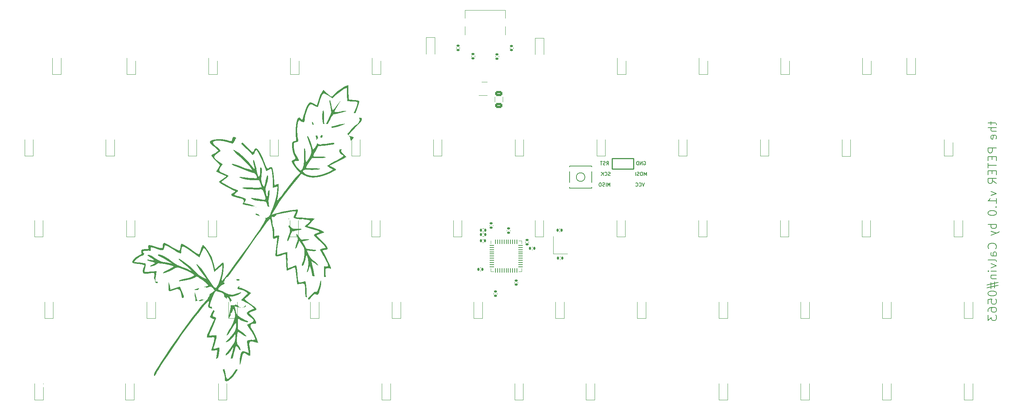
<source format=gbr>
%TF.GenerationSoftware,KiCad,Pcbnew,(7.0.0)*%
%TF.CreationDate,2023-05-29T16:26:44+02:00*%
%TF.ProjectId,the PETER keyboard,74686520-5045-4544-9552-206b6579626f,rev?*%
%TF.SameCoordinates,Original*%
%TF.FileFunction,Legend,Bot*%
%TF.FilePolarity,Positive*%
%FSLAX46Y46*%
G04 Gerber Fmt 4.6, Leading zero omitted, Abs format (unit mm)*
G04 Created by KiCad (PCBNEW (7.0.0)) date 2023-05-29 16:26:44*
%MOMM*%
%LPD*%
G01*
G04 APERTURE LIST*
G04 Aperture macros list*
%AMRoundRect*
0 Rectangle with rounded corners*
0 $1 Rounding radius*
0 $2 $3 $4 $5 $6 $7 $8 $9 X,Y pos of 4 corners*
0 Add a 4 corners polygon primitive as box body*
4,1,4,$2,$3,$4,$5,$6,$7,$8,$9,$2,$3,0*
0 Add four circle primitives for the rounded corners*
1,1,$1+$1,$2,$3*
1,1,$1+$1,$4,$5*
1,1,$1+$1,$6,$7*
1,1,$1+$1,$8,$9*
0 Add four rect primitives between the rounded corners*
20,1,$1+$1,$2,$3,$4,$5,0*
20,1,$1+$1,$4,$5,$6,$7,0*
20,1,$1+$1,$6,$7,$8,$9,0*
20,1,$1+$1,$8,$9,$2,$3,0*%
G04 Aperture macros list end*
%ADD10C,0.150000*%
%ADD11C,0.120000*%
%ADD12C,0.250000*%
%ADD13C,1.750000*%
%ADD14C,3.000000*%
%ADD15C,3.987800*%
%ADD16R,2.550000X2.500000*%
%ADD17C,2.200000*%
%ADD18C,3.048000*%
%ADD19R,2.000000X2.000000*%
%ADD20C,2.000000*%
%ADD21R,2.000000X3.200000*%
%ADD22R,1.100000X1.100000*%
%ADD23RoundRect,0.135000X0.185000X-0.135000X0.185000X0.135000X-0.185000X0.135000X-0.185000X-0.135000X0*%
%ADD24RoundRect,0.135000X-0.185000X0.135000X-0.185000X-0.135000X0.185000X-0.135000X0.185000X0.135000X0*%
%ADD25RoundRect,0.140000X-0.170000X0.140000X-0.170000X-0.140000X0.170000X-0.140000X0.170000X0.140000X0*%
%ADD26RoundRect,0.140000X-0.140000X-0.170000X0.140000X-0.170000X0.140000X0.170000X-0.140000X0.170000X0*%
%ADD27C,0.650000*%
%ADD28R,0.600000X1.450000*%
%ADD29R,0.300000X1.450000*%
%ADD30O,1.000000X1.600000*%
%ADD31O,1.000000X2.100000*%
%ADD32RoundRect,0.135000X-0.135000X-0.185000X0.135000X-0.185000X0.135000X0.185000X-0.135000X0.185000X0*%
%ADD33RoundRect,0.140000X0.140000X0.170000X-0.140000X0.170000X-0.140000X-0.170000X0.140000X-0.170000X0*%
%ADD34R,1.800000X1.100000*%
%ADD35RoundRect,0.250000X-0.625000X0.375000X-0.625000X-0.375000X0.625000X-0.375000X0.625000X0.375000X0*%
%ADD36RoundRect,0.140000X0.170000X-0.140000X0.170000X0.140000X-0.170000X0.140000X-0.170000X-0.140000X0*%
%ADD37R,0.700000X1.000000*%
%ADD38R,0.700000X0.600000*%
%ADD39R,1.200000X1.400000*%
%ADD40C,1.700000*%
%ADD41R,1.700000X1.700000*%
%ADD42RoundRect,0.062500X-0.062500X0.475000X-0.062500X-0.475000X0.062500X-0.475000X0.062500X0.475000X0*%
%ADD43RoundRect,0.062500X-0.475000X0.062500X-0.475000X-0.062500X0.475000X-0.062500X0.475000X0.062500X0*%
%ADD44R,5.200000X5.200000*%
G04 APERTURE END LIST*
D10*
X262291428Y-71183236D02*
X262291428Y-71945140D01*
X261624761Y-71468950D02*
X263339047Y-71468950D01*
X263339047Y-71468950D02*
X263529523Y-71564188D01*
X263529523Y-71564188D02*
X263624761Y-71754664D01*
X263624761Y-71754664D02*
X263624761Y-71945140D01*
X263624761Y-72611807D02*
X261624761Y-72611807D01*
X263624761Y-73468950D02*
X262577142Y-73468950D01*
X262577142Y-73468950D02*
X262386666Y-73373712D01*
X262386666Y-73373712D02*
X262291428Y-73183236D01*
X262291428Y-73183236D02*
X262291428Y-72897521D01*
X262291428Y-72897521D02*
X262386666Y-72707045D01*
X262386666Y-72707045D02*
X262481904Y-72611807D01*
X263529523Y-75183236D02*
X263624761Y-74992760D01*
X263624761Y-74992760D02*
X263624761Y-74611807D01*
X263624761Y-74611807D02*
X263529523Y-74421331D01*
X263529523Y-74421331D02*
X263339047Y-74326093D01*
X263339047Y-74326093D02*
X262577142Y-74326093D01*
X262577142Y-74326093D02*
X262386666Y-74421331D01*
X262386666Y-74421331D02*
X262291428Y-74611807D01*
X262291428Y-74611807D02*
X262291428Y-74992760D01*
X262291428Y-74992760D02*
X262386666Y-75183236D01*
X262386666Y-75183236D02*
X262577142Y-75278474D01*
X262577142Y-75278474D02*
X262767619Y-75278474D01*
X262767619Y-75278474D02*
X262958095Y-74326093D01*
X263624761Y-77335617D02*
X261624761Y-77335617D01*
X261624761Y-77335617D02*
X261624761Y-78097522D01*
X261624761Y-78097522D02*
X261720000Y-78287998D01*
X261720000Y-78287998D02*
X261815238Y-78383236D01*
X261815238Y-78383236D02*
X262005714Y-78478474D01*
X262005714Y-78478474D02*
X262291428Y-78478474D01*
X262291428Y-78478474D02*
X262481904Y-78383236D01*
X262481904Y-78383236D02*
X262577142Y-78287998D01*
X262577142Y-78287998D02*
X262672380Y-78097522D01*
X262672380Y-78097522D02*
X262672380Y-77335617D01*
X262577142Y-79335617D02*
X262577142Y-80002284D01*
X263624761Y-80287998D02*
X263624761Y-79335617D01*
X263624761Y-79335617D02*
X261624761Y-79335617D01*
X261624761Y-79335617D02*
X261624761Y-80287998D01*
X261624761Y-80859427D02*
X261624761Y-82002284D01*
X263624761Y-81430855D02*
X261624761Y-81430855D01*
X262577142Y-82668951D02*
X262577142Y-83335618D01*
X263624761Y-83621332D02*
X263624761Y-82668951D01*
X263624761Y-82668951D02*
X261624761Y-82668951D01*
X261624761Y-82668951D02*
X261624761Y-83621332D01*
X263624761Y-85621332D02*
X262672380Y-84954665D01*
X263624761Y-84478475D02*
X261624761Y-84478475D01*
X261624761Y-84478475D02*
X261624761Y-85240380D01*
X261624761Y-85240380D02*
X261720000Y-85430856D01*
X261720000Y-85430856D02*
X261815238Y-85526094D01*
X261815238Y-85526094D02*
X262005714Y-85621332D01*
X262005714Y-85621332D02*
X262291428Y-85621332D01*
X262291428Y-85621332D02*
X262481904Y-85526094D01*
X262481904Y-85526094D02*
X262577142Y-85430856D01*
X262577142Y-85430856D02*
X262672380Y-85240380D01*
X262672380Y-85240380D02*
X262672380Y-84478475D01*
X262291428Y-87487999D02*
X263624761Y-87964189D01*
X263624761Y-87964189D02*
X262291428Y-88440380D01*
X263624761Y-90249904D02*
X263624761Y-89107047D01*
X263624761Y-89678475D02*
X261624761Y-89678475D01*
X261624761Y-89678475D02*
X261910476Y-89487999D01*
X261910476Y-89487999D02*
X262100952Y-89297523D01*
X262100952Y-89297523D02*
X262196190Y-89107047D01*
X263434285Y-91107047D02*
X263529523Y-91202285D01*
X263529523Y-91202285D02*
X263624761Y-91107047D01*
X263624761Y-91107047D02*
X263529523Y-91011809D01*
X263529523Y-91011809D02*
X263434285Y-91107047D01*
X263434285Y-91107047D02*
X263624761Y-91107047D01*
X261624761Y-92440380D02*
X261624761Y-92630857D01*
X261624761Y-92630857D02*
X261720000Y-92821333D01*
X261720000Y-92821333D02*
X261815238Y-92916571D01*
X261815238Y-92916571D02*
X262005714Y-93011809D01*
X262005714Y-93011809D02*
X262386666Y-93107047D01*
X262386666Y-93107047D02*
X262862857Y-93107047D01*
X262862857Y-93107047D02*
X263243809Y-93011809D01*
X263243809Y-93011809D02*
X263434285Y-92916571D01*
X263434285Y-92916571D02*
X263529523Y-92821333D01*
X263529523Y-92821333D02*
X263624761Y-92630857D01*
X263624761Y-92630857D02*
X263624761Y-92440380D01*
X263624761Y-92440380D02*
X263529523Y-92249904D01*
X263529523Y-92249904D02*
X263434285Y-92154666D01*
X263434285Y-92154666D02*
X263243809Y-92059428D01*
X263243809Y-92059428D02*
X262862857Y-91964190D01*
X262862857Y-91964190D02*
X262386666Y-91964190D01*
X262386666Y-91964190D02*
X262005714Y-92059428D01*
X262005714Y-92059428D02*
X261815238Y-92154666D01*
X261815238Y-92154666D02*
X261720000Y-92249904D01*
X261720000Y-92249904D02*
X261624761Y-92440380D01*
X263624761Y-95164190D02*
X261624761Y-95164190D01*
X262386666Y-95164190D02*
X262291428Y-95354666D01*
X262291428Y-95354666D02*
X262291428Y-95735619D01*
X262291428Y-95735619D02*
X262386666Y-95926095D01*
X262386666Y-95926095D02*
X262481904Y-96021333D01*
X262481904Y-96021333D02*
X262672380Y-96116571D01*
X262672380Y-96116571D02*
X263243809Y-96116571D01*
X263243809Y-96116571D02*
X263434285Y-96021333D01*
X263434285Y-96021333D02*
X263529523Y-95926095D01*
X263529523Y-95926095D02*
X263624761Y-95735619D01*
X263624761Y-95735619D02*
X263624761Y-95354666D01*
X263624761Y-95354666D02*
X263529523Y-95164190D01*
X262291428Y-96783238D02*
X263624761Y-97259428D01*
X262291428Y-97735619D02*
X263624761Y-97259428D01*
X263624761Y-97259428D02*
X264100952Y-97068952D01*
X264100952Y-97068952D02*
X264196190Y-96973714D01*
X264196190Y-96973714D02*
X264291428Y-96783238D01*
X263434285Y-100840381D02*
X263529523Y-100745143D01*
X263529523Y-100745143D02*
X263624761Y-100459429D01*
X263624761Y-100459429D02*
X263624761Y-100268953D01*
X263624761Y-100268953D02*
X263529523Y-99983238D01*
X263529523Y-99983238D02*
X263339047Y-99792762D01*
X263339047Y-99792762D02*
X263148571Y-99697524D01*
X263148571Y-99697524D02*
X262767619Y-99602286D01*
X262767619Y-99602286D02*
X262481904Y-99602286D01*
X262481904Y-99602286D02*
X262100952Y-99697524D01*
X262100952Y-99697524D02*
X261910476Y-99792762D01*
X261910476Y-99792762D02*
X261720000Y-99983238D01*
X261720000Y-99983238D02*
X261624761Y-100268953D01*
X261624761Y-100268953D02*
X261624761Y-100459429D01*
X261624761Y-100459429D02*
X261720000Y-100745143D01*
X261720000Y-100745143D02*
X261815238Y-100840381D01*
X263624761Y-102554667D02*
X262577142Y-102554667D01*
X262577142Y-102554667D02*
X262386666Y-102459429D01*
X262386666Y-102459429D02*
X262291428Y-102268953D01*
X262291428Y-102268953D02*
X262291428Y-101888000D01*
X262291428Y-101888000D02*
X262386666Y-101697524D01*
X263529523Y-102554667D02*
X263624761Y-102364191D01*
X263624761Y-102364191D02*
X263624761Y-101888000D01*
X263624761Y-101888000D02*
X263529523Y-101697524D01*
X263529523Y-101697524D02*
X263339047Y-101602286D01*
X263339047Y-101602286D02*
X263148571Y-101602286D01*
X263148571Y-101602286D02*
X262958095Y-101697524D01*
X262958095Y-101697524D02*
X262862857Y-101888000D01*
X262862857Y-101888000D02*
X262862857Y-102364191D01*
X262862857Y-102364191D02*
X262767619Y-102554667D01*
X263624761Y-103792762D02*
X263529523Y-103602286D01*
X263529523Y-103602286D02*
X263339047Y-103507048D01*
X263339047Y-103507048D02*
X261624761Y-103507048D01*
X262291428Y-104364191D02*
X263624761Y-104840381D01*
X263624761Y-104840381D02*
X262291428Y-105316572D01*
X263624761Y-106078477D02*
X262291428Y-106078477D01*
X261624761Y-106078477D02*
X261720000Y-105983239D01*
X261720000Y-105983239D02*
X261815238Y-106078477D01*
X261815238Y-106078477D02*
X261720000Y-106173715D01*
X261720000Y-106173715D02*
X261624761Y-106078477D01*
X261624761Y-106078477D02*
X261815238Y-106078477D01*
X262291428Y-107030858D02*
X263624761Y-107030858D01*
X262481904Y-107030858D02*
X262386666Y-107126096D01*
X262386666Y-107126096D02*
X262291428Y-107316572D01*
X262291428Y-107316572D02*
X262291428Y-107602287D01*
X262291428Y-107602287D02*
X262386666Y-107792763D01*
X262386666Y-107792763D02*
X262577142Y-107888001D01*
X262577142Y-107888001D02*
X263624761Y-107888001D01*
X262291428Y-108745144D02*
X262291428Y-110173715D01*
X261434285Y-109316572D02*
X264005714Y-108745144D01*
X263148571Y-109983239D02*
X263148571Y-108554668D01*
X264005714Y-109411811D02*
X261434285Y-109983239D01*
X261624761Y-111221334D02*
X261624761Y-111411811D01*
X261624761Y-111411811D02*
X261720000Y-111602287D01*
X261720000Y-111602287D02*
X261815238Y-111697525D01*
X261815238Y-111697525D02*
X262005714Y-111792763D01*
X262005714Y-111792763D02*
X262386666Y-111888001D01*
X262386666Y-111888001D02*
X262862857Y-111888001D01*
X262862857Y-111888001D02*
X263243809Y-111792763D01*
X263243809Y-111792763D02*
X263434285Y-111697525D01*
X263434285Y-111697525D02*
X263529523Y-111602287D01*
X263529523Y-111602287D02*
X263624761Y-111411811D01*
X263624761Y-111411811D02*
X263624761Y-111221334D01*
X263624761Y-111221334D02*
X263529523Y-111030858D01*
X263529523Y-111030858D02*
X263434285Y-110935620D01*
X263434285Y-110935620D02*
X263243809Y-110840382D01*
X263243809Y-110840382D02*
X262862857Y-110745144D01*
X262862857Y-110745144D02*
X262386666Y-110745144D01*
X262386666Y-110745144D02*
X262005714Y-110840382D01*
X262005714Y-110840382D02*
X261815238Y-110935620D01*
X261815238Y-110935620D02*
X261720000Y-111030858D01*
X261720000Y-111030858D02*
X261624761Y-111221334D01*
X261624761Y-113697525D02*
X261624761Y-112745144D01*
X261624761Y-112745144D02*
X262577142Y-112649906D01*
X262577142Y-112649906D02*
X262481904Y-112745144D01*
X262481904Y-112745144D02*
X262386666Y-112935620D01*
X262386666Y-112935620D02*
X262386666Y-113411811D01*
X262386666Y-113411811D02*
X262481904Y-113602287D01*
X262481904Y-113602287D02*
X262577142Y-113697525D01*
X262577142Y-113697525D02*
X262767619Y-113792763D01*
X262767619Y-113792763D02*
X263243809Y-113792763D01*
X263243809Y-113792763D02*
X263434285Y-113697525D01*
X263434285Y-113697525D02*
X263529523Y-113602287D01*
X263529523Y-113602287D02*
X263624761Y-113411811D01*
X263624761Y-113411811D02*
X263624761Y-112935620D01*
X263624761Y-112935620D02*
X263529523Y-112745144D01*
X263529523Y-112745144D02*
X263434285Y-112649906D01*
X261624761Y-115507049D02*
X261624761Y-115126096D01*
X261624761Y-115126096D02*
X261720000Y-114935620D01*
X261720000Y-114935620D02*
X261815238Y-114840382D01*
X261815238Y-114840382D02*
X262100952Y-114649906D01*
X262100952Y-114649906D02*
X262481904Y-114554668D01*
X262481904Y-114554668D02*
X263243809Y-114554668D01*
X263243809Y-114554668D02*
X263434285Y-114649906D01*
X263434285Y-114649906D02*
X263529523Y-114745144D01*
X263529523Y-114745144D02*
X263624761Y-114935620D01*
X263624761Y-114935620D02*
X263624761Y-115316573D01*
X263624761Y-115316573D02*
X263529523Y-115507049D01*
X263529523Y-115507049D02*
X263434285Y-115602287D01*
X263434285Y-115602287D02*
X263243809Y-115697525D01*
X263243809Y-115697525D02*
X262767619Y-115697525D01*
X262767619Y-115697525D02*
X262577142Y-115602287D01*
X262577142Y-115602287D02*
X262481904Y-115507049D01*
X262481904Y-115507049D02*
X262386666Y-115316573D01*
X262386666Y-115316573D02*
X262386666Y-114935620D01*
X262386666Y-114935620D02*
X262481904Y-114745144D01*
X262481904Y-114745144D02*
X262577142Y-114649906D01*
X262577142Y-114649906D02*
X262767619Y-114554668D01*
X261624761Y-116364192D02*
X261624761Y-117602287D01*
X261624761Y-117602287D02*
X262386666Y-116935620D01*
X262386666Y-116935620D02*
X262386666Y-117221335D01*
X262386666Y-117221335D02*
X262481904Y-117411811D01*
X262481904Y-117411811D02*
X262577142Y-117507049D01*
X262577142Y-117507049D02*
X262767619Y-117602287D01*
X262767619Y-117602287D02*
X263243809Y-117602287D01*
X263243809Y-117602287D02*
X263434285Y-117507049D01*
X263434285Y-117507049D02*
X263529523Y-117411811D01*
X263529523Y-117411811D02*
X263624761Y-117221335D01*
X263624761Y-117221335D02*
X263624761Y-116649906D01*
X263624761Y-116649906D02*
X263529523Y-116459430D01*
X263529523Y-116459430D02*
X263434285Y-116364192D01*
%TO.C,J2*%
X173537142Y-86296404D02*
X173537142Y-85496404D01*
X173537142Y-85496404D02*
X173270476Y-86067833D01*
X173270476Y-86067833D02*
X173003809Y-85496404D01*
X173003809Y-85496404D02*
X173003809Y-86296404D01*
X172622856Y-86296404D02*
X172622856Y-85496404D01*
X172280000Y-86258309D02*
X172165714Y-86296404D01*
X172165714Y-86296404D02*
X171975238Y-86296404D01*
X171975238Y-86296404D02*
X171899047Y-86258309D01*
X171899047Y-86258309D02*
X171860952Y-86220214D01*
X171860952Y-86220214D02*
X171822857Y-86144023D01*
X171822857Y-86144023D02*
X171822857Y-86067833D01*
X171822857Y-86067833D02*
X171860952Y-85991642D01*
X171860952Y-85991642D02*
X171899047Y-85953547D01*
X171899047Y-85953547D02*
X171975238Y-85915452D01*
X171975238Y-85915452D02*
X172127619Y-85877357D01*
X172127619Y-85877357D02*
X172203809Y-85839261D01*
X172203809Y-85839261D02*
X172241904Y-85801166D01*
X172241904Y-85801166D02*
X172280000Y-85724976D01*
X172280000Y-85724976D02*
X172280000Y-85648785D01*
X172280000Y-85648785D02*
X172241904Y-85572595D01*
X172241904Y-85572595D02*
X172203809Y-85534500D01*
X172203809Y-85534500D02*
X172127619Y-85496404D01*
X172127619Y-85496404D02*
X171937142Y-85496404D01*
X171937142Y-85496404D02*
X171822857Y-85534500D01*
X171327618Y-85496404D02*
X171175237Y-85496404D01*
X171175237Y-85496404D02*
X171099047Y-85534500D01*
X171099047Y-85534500D02*
X171022856Y-85610690D01*
X171022856Y-85610690D02*
X170984761Y-85763071D01*
X170984761Y-85763071D02*
X170984761Y-86029738D01*
X170984761Y-86029738D02*
X171022856Y-86182119D01*
X171022856Y-86182119D02*
X171099047Y-86258309D01*
X171099047Y-86258309D02*
X171175237Y-86296404D01*
X171175237Y-86296404D02*
X171327618Y-86296404D01*
X171327618Y-86296404D02*
X171403809Y-86258309D01*
X171403809Y-86258309D02*
X171479999Y-86182119D01*
X171479999Y-86182119D02*
X171518095Y-86029738D01*
X171518095Y-86029738D02*
X171518095Y-85763071D01*
X171518095Y-85763071D02*
X171479999Y-85610690D01*
X171479999Y-85610690D02*
X171403809Y-85534500D01*
X171403809Y-85534500D02*
X171327618Y-85496404D01*
X172718094Y-81296404D02*
X172984761Y-80915452D01*
X173175237Y-81296404D02*
X173175237Y-80496404D01*
X173175237Y-80496404D02*
X172870475Y-80496404D01*
X172870475Y-80496404D02*
X172794285Y-80534500D01*
X172794285Y-80534500D02*
X172756190Y-80572595D01*
X172756190Y-80572595D02*
X172718094Y-80648785D01*
X172718094Y-80648785D02*
X172718094Y-80763071D01*
X172718094Y-80763071D02*
X172756190Y-80839261D01*
X172756190Y-80839261D02*
X172794285Y-80877357D01*
X172794285Y-80877357D02*
X172870475Y-80915452D01*
X172870475Y-80915452D02*
X173175237Y-80915452D01*
X172413333Y-81258309D02*
X172299047Y-81296404D01*
X172299047Y-81296404D02*
X172108571Y-81296404D01*
X172108571Y-81296404D02*
X172032380Y-81258309D01*
X172032380Y-81258309D02*
X171994285Y-81220214D01*
X171994285Y-81220214D02*
X171956190Y-81144023D01*
X171956190Y-81144023D02*
X171956190Y-81067833D01*
X171956190Y-81067833D02*
X171994285Y-80991642D01*
X171994285Y-80991642D02*
X172032380Y-80953547D01*
X172032380Y-80953547D02*
X172108571Y-80915452D01*
X172108571Y-80915452D02*
X172260952Y-80877357D01*
X172260952Y-80877357D02*
X172337142Y-80839261D01*
X172337142Y-80839261D02*
X172375237Y-80801166D01*
X172375237Y-80801166D02*
X172413333Y-80724976D01*
X172413333Y-80724976D02*
X172413333Y-80648785D01*
X172413333Y-80648785D02*
X172375237Y-80572595D01*
X172375237Y-80572595D02*
X172337142Y-80534500D01*
X172337142Y-80534500D02*
X172260952Y-80496404D01*
X172260952Y-80496404D02*
X172070475Y-80496404D01*
X172070475Y-80496404D02*
X171956190Y-80534500D01*
X171727618Y-80496404D02*
X171270475Y-80496404D01*
X171499047Y-81296404D02*
X171499047Y-80496404D01*
X181389523Y-80534500D02*
X181465713Y-80496404D01*
X181465713Y-80496404D02*
X181579999Y-80496404D01*
X181579999Y-80496404D02*
X181694285Y-80534500D01*
X181694285Y-80534500D02*
X181770475Y-80610690D01*
X181770475Y-80610690D02*
X181808570Y-80686880D01*
X181808570Y-80686880D02*
X181846666Y-80839261D01*
X181846666Y-80839261D02*
X181846666Y-80953547D01*
X181846666Y-80953547D02*
X181808570Y-81105928D01*
X181808570Y-81105928D02*
X181770475Y-81182119D01*
X181770475Y-81182119D02*
X181694285Y-81258309D01*
X181694285Y-81258309D02*
X181579999Y-81296404D01*
X181579999Y-81296404D02*
X181503808Y-81296404D01*
X181503808Y-81296404D02*
X181389523Y-81258309D01*
X181389523Y-81258309D02*
X181351427Y-81220214D01*
X181351427Y-81220214D02*
X181351427Y-80953547D01*
X181351427Y-80953547D02*
X181503808Y-80953547D01*
X181008570Y-81296404D02*
X181008570Y-80496404D01*
X181008570Y-80496404D02*
X180551427Y-81296404D01*
X180551427Y-81296404D02*
X180551427Y-80496404D01*
X180170475Y-81296404D02*
X180170475Y-80496404D01*
X180170475Y-80496404D02*
X179979999Y-80496404D01*
X179979999Y-80496404D02*
X179865713Y-80534500D01*
X179865713Y-80534500D02*
X179789523Y-80610690D01*
X179789523Y-80610690D02*
X179751428Y-80686880D01*
X179751428Y-80686880D02*
X179713332Y-80839261D01*
X179713332Y-80839261D02*
X179713332Y-80953547D01*
X179713332Y-80953547D02*
X179751428Y-81105928D01*
X179751428Y-81105928D02*
X179789523Y-81182119D01*
X179789523Y-81182119D02*
X179865713Y-81258309D01*
X179865713Y-81258309D02*
X179979999Y-81296404D01*
X179979999Y-81296404D02*
X180170475Y-81296404D01*
X181596666Y-85496404D02*
X181329999Y-86296404D01*
X181329999Y-86296404D02*
X181063333Y-85496404D01*
X180339523Y-86220214D02*
X180377619Y-86258309D01*
X180377619Y-86258309D02*
X180491904Y-86296404D01*
X180491904Y-86296404D02*
X180568095Y-86296404D01*
X180568095Y-86296404D02*
X180682381Y-86258309D01*
X180682381Y-86258309D02*
X180758571Y-86182119D01*
X180758571Y-86182119D02*
X180796666Y-86105928D01*
X180796666Y-86105928D02*
X180834762Y-85953547D01*
X180834762Y-85953547D02*
X180834762Y-85839261D01*
X180834762Y-85839261D02*
X180796666Y-85686880D01*
X180796666Y-85686880D02*
X180758571Y-85610690D01*
X180758571Y-85610690D02*
X180682381Y-85534500D01*
X180682381Y-85534500D02*
X180568095Y-85496404D01*
X180568095Y-85496404D02*
X180491904Y-85496404D01*
X180491904Y-85496404D02*
X180377619Y-85534500D01*
X180377619Y-85534500D02*
X180339523Y-85572595D01*
X179539523Y-86220214D02*
X179577619Y-86258309D01*
X179577619Y-86258309D02*
X179691904Y-86296404D01*
X179691904Y-86296404D02*
X179768095Y-86296404D01*
X179768095Y-86296404D02*
X179882381Y-86258309D01*
X179882381Y-86258309D02*
X179958571Y-86182119D01*
X179958571Y-86182119D02*
X179996666Y-86105928D01*
X179996666Y-86105928D02*
X180034762Y-85953547D01*
X180034762Y-85953547D02*
X180034762Y-85839261D01*
X180034762Y-85839261D02*
X179996666Y-85686880D01*
X179996666Y-85686880D02*
X179958571Y-85610690D01*
X179958571Y-85610690D02*
X179882381Y-85534500D01*
X179882381Y-85534500D02*
X179768095Y-85496404D01*
X179768095Y-85496404D02*
X179691904Y-85496404D01*
X179691904Y-85496404D02*
X179577619Y-85534500D01*
X179577619Y-85534500D02*
X179539523Y-85572595D01*
X182037142Y-83796404D02*
X182037142Y-82996404D01*
X182037142Y-82996404D02*
X181770476Y-83567833D01*
X181770476Y-83567833D02*
X181503809Y-82996404D01*
X181503809Y-82996404D02*
X181503809Y-83796404D01*
X180970475Y-82996404D02*
X180818094Y-82996404D01*
X180818094Y-82996404D02*
X180741904Y-83034500D01*
X180741904Y-83034500D02*
X180665713Y-83110690D01*
X180665713Y-83110690D02*
X180627618Y-83263071D01*
X180627618Y-83263071D02*
X180627618Y-83529738D01*
X180627618Y-83529738D02*
X180665713Y-83682119D01*
X180665713Y-83682119D02*
X180741904Y-83758309D01*
X180741904Y-83758309D02*
X180818094Y-83796404D01*
X180818094Y-83796404D02*
X180970475Y-83796404D01*
X180970475Y-83796404D02*
X181046666Y-83758309D01*
X181046666Y-83758309D02*
X181122856Y-83682119D01*
X181122856Y-83682119D02*
X181160952Y-83529738D01*
X181160952Y-83529738D02*
X181160952Y-83263071D01*
X181160952Y-83263071D02*
X181122856Y-83110690D01*
X181122856Y-83110690D02*
X181046666Y-83034500D01*
X181046666Y-83034500D02*
X180970475Y-82996404D01*
X180322857Y-83758309D02*
X180208571Y-83796404D01*
X180208571Y-83796404D02*
X180018095Y-83796404D01*
X180018095Y-83796404D02*
X179941904Y-83758309D01*
X179941904Y-83758309D02*
X179903809Y-83720214D01*
X179903809Y-83720214D02*
X179865714Y-83644023D01*
X179865714Y-83644023D02*
X179865714Y-83567833D01*
X179865714Y-83567833D02*
X179903809Y-83491642D01*
X179903809Y-83491642D02*
X179941904Y-83453547D01*
X179941904Y-83453547D02*
X180018095Y-83415452D01*
X180018095Y-83415452D02*
X180170476Y-83377357D01*
X180170476Y-83377357D02*
X180246666Y-83339261D01*
X180246666Y-83339261D02*
X180284761Y-83301166D01*
X180284761Y-83301166D02*
X180322857Y-83224976D01*
X180322857Y-83224976D02*
X180322857Y-83148785D01*
X180322857Y-83148785D02*
X180284761Y-83072595D01*
X180284761Y-83072595D02*
X180246666Y-83034500D01*
X180246666Y-83034500D02*
X180170476Y-82996404D01*
X180170476Y-82996404D02*
X179979999Y-82996404D01*
X179979999Y-82996404D02*
X179865714Y-83034500D01*
X179522856Y-83796404D02*
X179522856Y-82996404D01*
X173558571Y-83758309D02*
X173444285Y-83796404D01*
X173444285Y-83796404D02*
X173253809Y-83796404D01*
X173253809Y-83796404D02*
X173177618Y-83758309D01*
X173177618Y-83758309D02*
X173139523Y-83720214D01*
X173139523Y-83720214D02*
X173101428Y-83644023D01*
X173101428Y-83644023D02*
X173101428Y-83567833D01*
X173101428Y-83567833D02*
X173139523Y-83491642D01*
X173139523Y-83491642D02*
X173177618Y-83453547D01*
X173177618Y-83453547D02*
X173253809Y-83415452D01*
X173253809Y-83415452D02*
X173406190Y-83377357D01*
X173406190Y-83377357D02*
X173482380Y-83339261D01*
X173482380Y-83339261D02*
X173520475Y-83301166D01*
X173520475Y-83301166D02*
X173558571Y-83224976D01*
X173558571Y-83224976D02*
X173558571Y-83148785D01*
X173558571Y-83148785D02*
X173520475Y-83072595D01*
X173520475Y-83072595D02*
X173482380Y-83034500D01*
X173482380Y-83034500D02*
X173406190Y-82996404D01*
X173406190Y-82996404D02*
X173215713Y-82996404D01*
X173215713Y-82996404D02*
X173101428Y-83034500D01*
X172301427Y-83720214D02*
X172339523Y-83758309D01*
X172339523Y-83758309D02*
X172453808Y-83796404D01*
X172453808Y-83796404D02*
X172529999Y-83796404D01*
X172529999Y-83796404D02*
X172644285Y-83758309D01*
X172644285Y-83758309D02*
X172720475Y-83682119D01*
X172720475Y-83682119D02*
X172758570Y-83605928D01*
X172758570Y-83605928D02*
X172796666Y-83453547D01*
X172796666Y-83453547D02*
X172796666Y-83339261D01*
X172796666Y-83339261D02*
X172758570Y-83186880D01*
X172758570Y-83186880D02*
X172720475Y-83110690D01*
X172720475Y-83110690D02*
X172644285Y-83034500D01*
X172644285Y-83034500D02*
X172529999Y-82996404D01*
X172529999Y-82996404D02*
X172453808Y-82996404D01*
X172453808Y-82996404D02*
X172339523Y-83034500D01*
X172339523Y-83034500D02*
X172301427Y-83072595D01*
X171958570Y-83796404D02*
X171958570Y-82996404D01*
X171501427Y-83796404D02*
X171844285Y-83339261D01*
X171501427Y-82996404D02*
X171958570Y-83453547D01*
D11*
%TO.C,D40*%
X103663000Y-117150000D02*
X103663000Y-113300000D01*
X105663000Y-117150000D02*
X103663000Y-117150000D01*
X105663000Y-117150000D02*
X105663000Y-113300000D01*
%TO.C,D28*%
X98900500Y-98100000D02*
X98900500Y-94250000D01*
X100900500Y-98100000D02*
X98900500Y-98100000D01*
X100900500Y-98100000D02*
X100900500Y-94250000D01*
%TO.C,R_reset1*%
X153798000Y-99467641D02*
X153798000Y-99160359D01*
X154558000Y-99467641D02*
X154558000Y-99160359D01*
%TO.C,D21*%
X189500000Y-79200000D02*
X189500000Y-75350000D01*
X191500000Y-79200000D02*
X189500000Y-79200000D01*
X191500000Y-79200000D02*
X191500000Y-75350000D01*
%TO.C,R_USB2*%
X147580000Y-55802559D02*
X147580000Y-56109841D01*
X146820000Y-55802559D02*
X146820000Y-56109841D01*
%TO.C,D26*%
X60800500Y-98100000D02*
X60800500Y-94250000D01*
X62800500Y-98100000D02*
X60800500Y-98100000D01*
X62800500Y-98100000D02*
X62800500Y-94250000D01*
%TO.C,D9*%
X194262500Y-60150000D02*
X194262500Y-56300000D01*
X196262500Y-60150000D02*
X194262500Y-60150000D01*
X196262500Y-60150000D02*
X196262500Y-56300000D01*
%TO.C,D50*%
X60600000Y-136200000D02*
X60600000Y-132350000D01*
X62600000Y-136200000D02*
X60600000Y-136200000D01*
X62600000Y-136200000D02*
X62600000Y-132350000D01*
%TO.C,D44*%
X179863000Y-117150000D02*
X179863000Y-113300000D01*
X181863000Y-117150000D02*
X179863000Y-117150000D01*
X181863000Y-117150000D02*
X181863000Y-113300000D01*
%TO.C,D45*%
X198913000Y-117150000D02*
X198913000Y-113300000D01*
X200913000Y-117150000D02*
X198913000Y-117150000D01*
X200913000Y-117150000D02*
X200913000Y-113300000D01*
%TO.C,G\u002A\u002A\u002A*%
G36*
X111507927Y-79804348D02*
G01*
X110852960Y-80160093D01*
X110047892Y-80573563D01*
X108187745Y-81505069D01*
X108979544Y-81914809D01*
X109182761Y-82024144D01*
X109580185Y-82272772D01*
X109708834Y-82413819D01*
X109505776Y-82545825D01*
X109027020Y-82809934D01*
X108377441Y-83148020D01*
X107244123Y-83652004D01*
X105746839Y-84094859D01*
X104362661Y-84249885D01*
X103152320Y-84111909D01*
X102176543Y-83675765D01*
X101639224Y-83299531D01*
X100662709Y-84489149D01*
X99833578Y-85507248D01*
X98493082Y-87200077D01*
X97391006Y-88664858D01*
X96490720Y-89951003D01*
X95755589Y-91107919D01*
X94667749Y-92922353D01*
X95660464Y-92631443D01*
X96277440Y-92467059D01*
X97175727Y-92262079D01*
X98143015Y-92068155D01*
X99082999Y-91902093D01*
X99899374Y-91780689D01*
X100495836Y-91720743D01*
X100776080Y-91739056D01*
X100807351Y-91787886D01*
X100776746Y-92126839D01*
X100582477Y-92637082D01*
X100499688Y-92815157D01*
X100329904Y-93265943D01*
X100313062Y-93482026D01*
X100369022Y-93499122D01*
X100759278Y-93553507D01*
X101425813Y-93618790D01*
X102264704Y-93686300D01*
X103172028Y-93747364D01*
X104043865Y-93793313D01*
X104648965Y-93819528D01*
X103873683Y-94714772D01*
X103098400Y-95610018D01*
X104502535Y-95987571D01*
X105230633Y-96210366D01*
X105952910Y-96485811D01*
X106427770Y-96730001D01*
X106948868Y-97094877D01*
X106054168Y-97379826D01*
X105795876Y-97466582D01*
X105353864Y-97644428D01*
X105195379Y-97757207D01*
X105223012Y-97796089D01*
X105470107Y-98077103D01*
X105914576Y-98557242D01*
X106486395Y-99160399D01*
X106583156Y-99261755D01*
X107268529Y-100012271D01*
X107656217Y-100528596D01*
X107761948Y-100854234D01*
X107601454Y-101032684D01*
X107190467Y-101107450D01*
X107161110Y-101109656D01*
X106728767Y-101182585D01*
X106569673Y-101289158D01*
X106629920Y-101426678D01*
X106852035Y-101879631D01*
X107196672Y-102560889D01*
X107621199Y-103385462D01*
X107754517Y-103644741D01*
X108230668Y-104631921D01*
X108481089Y-105279102D01*
X108504194Y-105581255D01*
X108298397Y-105533350D01*
X108112458Y-105475783D01*
X107670989Y-105445138D01*
X107527365Y-105453776D01*
X107341000Y-105533837D01*
X107248736Y-105771623D01*
X107228114Y-106255388D01*
X107256679Y-107073389D01*
X107263521Y-107233369D01*
X107285310Y-107990711D01*
X107284068Y-108547036D01*
X107259607Y-108791512D01*
X107154434Y-108804138D01*
X106842907Y-108648561D01*
X106633438Y-108520207D01*
X106449884Y-108471798D01*
X106447639Y-108475796D01*
X106369416Y-108725608D01*
X106220385Y-109267853D01*
X106030731Y-109992983D01*
X106024796Y-110016140D01*
X105797678Y-110874430D01*
X105743144Y-111038538D01*
X105626436Y-111389745D01*
X105467126Y-111628812D01*
X105275805Y-111658355D01*
X105008527Y-111545099D01*
X104804214Y-111466615D01*
X104555380Y-111508907D01*
X104251282Y-111776662D01*
X103798301Y-112330644D01*
X103429661Y-112775912D01*
X103023224Y-113198080D01*
X102768176Y-113378568D01*
X102753377Y-113378564D01*
X102635452Y-113166278D01*
X102552907Y-112644387D01*
X102522818Y-111914781D01*
X102517063Y-111039065D01*
X102475099Y-109996385D01*
X102391342Y-109343206D01*
X102264015Y-109059949D01*
X102236134Y-109047397D01*
X101895428Y-109029228D01*
X101354433Y-109084012D01*
X100580959Y-109203380D01*
X100409366Y-107276763D01*
X100367749Y-106841018D01*
X100276629Y-106055417D01*
X100189064Y-105491695D01*
X100119378Y-105249964D01*
X100049251Y-105240102D01*
X99689472Y-105348098D01*
X99161531Y-105595579D01*
X98915065Y-105719829D01*
X98441835Y-105915196D01*
X98196818Y-105951002D01*
X98173844Y-105905170D01*
X98116574Y-105533831D01*
X98071124Y-104881719D01*
X98045733Y-104052353D01*
X98039446Y-103724605D01*
X98010367Y-102951255D01*
X97968596Y-102394958D01*
X97920933Y-102158854D01*
X97830956Y-102151099D01*
X97435203Y-102239303D01*
X96855697Y-102430633D01*
X96528065Y-102540156D01*
X95992731Y-102663236D01*
X95697054Y-102651298D01*
X95640625Y-102584508D01*
X95572151Y-102271514D01*
X95581612Y-101689975D01*
X95671289Y-100791155D01*
X95843467Y-99526316D01*
X95868550Y-99353362D01*
X95951504Y-98688892D01*
X95945071Y-98355042D01*
X95833862Y-98279159D01*
X95602491Y-98388593D01*
X95371985Y-98512693D01*
X95069816Y-98553192D01*
X94939756Y-98277648D01*
X94938210Y-97636717D01*
X94938625Y-97629196D01*
X94920691Y-97059259D01*
X94834960Y-96307195D01*
X94703456Y-95493672D01*
X94548205Y-94739359D01*
X94391230Y-94164920D01*
X94254554Y-93891028D01*
X94221125Y-93911914D01*
X93981309Y-94192882D01*
X93537237Y-94770825D01*
X92915082Y-95609876D01*
X92141017Y-96674170D01*
X91241216Y-97927839D01*
X90241852Y-99335018D01*
X89169096Y-100859841D01*
X88775989Y-101420294D01*
X87703801Y-102940182D01*
X86700830Y-104349584D01*
X85795780Y-105608959D01*
X85017350Y-106678763D01*
X84394242Y-107519452D01*
X83955155Y-108091484D01*
X83728792Y-108355316D01*
X83236446Y-108785764D01*
X83841039Y-108565432D01*
X84429894Y-108370782D01*
X85592521Y-108094516D01*
X86664447Y-107971551D01*
X87547731Y-108009810D01*
X88144437Y-108217218D01*
X88144961Y-108278074D01*
X87989116Y-108597301D01*
X87676207Y-109082286D01*
X87478525Y-109369889D01*
X87280580Y-109729286D01*
X87322872Y-109912432D01*
X87596319Y-110026694D01*
X87766301Y-110087078D01*
X88334122Y-110341629D01*
X88975864Y-110677409D01*
X89874807Y-111184179D01*
X89350328Y-111683445D01*
X89342336Y-111691049D01*
X88888293Y-112111328D01*
X88527953Y-112426319D01*
X88453048Y-112498923D01*
X88421327Y-112650278D01*
X88584235Y-112863197D01*
X88994613Y-113194974D01*
X89705301Y-113702901D01*
X89953687Y-113880533D01*
X90579013Y-114366096D01*
X91009613Y-114759047D01*
X91166003Y-114989383D01*
X91144809Y-115047316D01*
X90854014Y-115265636D01*
X90334519Y-115460586D01*
X89836507Y-115611293D01*
X89462435Y-115818024D01*
X89465243Y-116054659D01*
X89819120Y-116366571D01*
X89990170Y-116500931D01*
X90431418Y-116959562D01*
X90812579Y-117485824D01*
X91053058Y-117958242D01*
X91072261Y-118255343D01*
X90897825Y-118350713D01*
X90472206Y-118374250D01*
X90050457Y-118395628D01*
X89756629Y-118653642D01*
X89779296Y-119128641D01*
X90130499Y-119771384D01*
X90350266Y-120103666D01*
X90786698Y-120901975D01*
X91146320Y-121719580D01*
X91572865Y-122862168D01*
X90802416Y-122685463D01*
X90195712Y-122559788D01*
X89718835Y-122547275D01*
X89493308Y-122754626D01*
X89461628Y-123247197D01*
X89566289Y-124090340D01*
X89578364Y-124173631D01*
X89666693Y-124933312D01*
X89697044Y-125511086D01*
X89697328Y-125516496D01*
X89663439Y-125802793D01*
X89643908Y-125821690D01*
X89367956Y-125799897D01*
X88938141Y-125568800D01*
X88882866Y-125531055D01*
X88432689Y-125289882D01*
X88137245Y-125238941D01*
X88009209Y-125446357D01*
X87843987Y-125964035D01*
X87688382Y-126668826D01*
X87387832Y-127730740D01*
X86873741Y-128886084D01*
X86223030Y-129982644D01*
X85506732Y-130901224D01*
X84795878Y-131522630D01*
X84572317Y-131656451D01*
X84064771Y-131853328D01*
X83806865Y-131724698D01*
X83776098Y-131264877D01*
X83768361Y-130986720D01*
X83658881Y-130359837D01*
X83463066Y-129634024D01*
X83093724Y-128472259D01*
X82283461Y-128688175D01*
X81951643Y-128765160D01*
X81629648Y-128766031D01*
X81461429Y-128589193D01*
X81433038Y-128176117D01*
X81530530Y-127468268D01*
X81739957Y-126407116D01*
X81802238Y-126099298D01*
X81938983Y-125351245D01*
X82014976Y-124817320D01*
X82015070Y-124597172D01*
X82011714Y-124595145D01*
X81749660Y-124582443D01*
X81263398Y-124631726D01*
X81224487Y-124637153D01*
X80781010Y-124666761D01*
X80597321Y-124617530D01*
X80632042Y-124460316D01*
X80766747Y-123993457D01*
X80968541Y-123347590D01*
X80985720Y-123294127D01*
X81249047Y-122425148D01*
X81350372Y-121884823D01*
X81272689Y-121607084D01*
X80998989Y-121525860D01*
X80512267Y-121575085D01*
X80310345Y-121600208D01*
X79807883Y-121600679D01*
X79564013Y-121500920D01*
X79578500Y-121350251D01*
X79656019Y-121107141D01*
X80112859Y-121107141D01*
X80127082Y-121124019D01*
X80400434Y-121152973D01*
X80906480Y-121110324D01*
X81018401Y-121096148D01*
X81537313Y-121064004D01*
X81821171Y-121102239D01*
X81849226Y-121237342D01*
X81801512Y-121681302D01*
X81679623Y-122302367D01*
X81514154Y-122967981D01*
X81335697Y-123545588D01*
X81174846Y-123902636D01*
X81120311Y-123994394D01*
X81133005Y-124229987D01*
X81413810Y-124273503D01*
X81863956Y-124097074D01*
X82243900Y-123936059D01*
X82488294Y-123958105D01*
X82505452Y-124075271D01*
X82470774Y-124542815D01*
X82368623Y-125266998D01*
X82211381Y-126149824D01*
X82105855Y-126701249D01*
X81961455Y-127490315D01*
X81866479Y-128056166D01*
X81837592Y-128302826D01*
X81852661Y-128320725D01*
X82122823Y-128326110D01*
X82618400Y-128229780D01*
X83377953Y-128036185D01*
X83677643Y-129042384D01*
X83763093Y-129342811D01*
X83944861Y-130076842D01*
X84051443Y-130645739D01*
X84091409Y-130908333D01*
X84238751Y-131279620D01*
X84505448Y-131270305D01*
X84954001Y-130897842D01*
X85539992Y-130234125D01*
X86362485Y-128968861D01*
X86998867Y-127572140D01*
X87359981Y-126217401D01*
X87447100Y-125685093D01*
X87602716Y-125083375D01*
X87826935Y-124809363D01*
X88187738Y-124804063D01*
X88753113Y-125008480D01*
X89317258Y-125245157D01*
X89087949Y-123884484D01*
X88996655Y-123204968D01*
X88965167Y-122614925D01*
X89010322Y-122307186D01*
X89061662Y-122262982D01*
X89443814Y-122164143D01*
X90019207Y-122157402D01*
X90220731Y-122168517D01*
X90691840Y-122147834D01*
X90883501Y-122060709D01*
X90796085Y-121769642D01*
X90517306Y-121192186D01*
X90090419Y-120424067D01*
X89559890Y-119549646D01*
X88966411Y-118609062D01*
X89782900Y-118237677D01*
X89974422Y-118146265D01*
X90393599Y-117860938D01*
X90465050Y-117561282D01*
X90178964Y-117187990D01*
X89525531Y-116681748D01*
X89474573Y-116645468D01*
X88989046Y-116217763D01*
X88883548Y-115865689D01*
X89169797Y-115536472D01*
X89859507Y-115177333D01*
X90588992Y-114858203D01*
X90094477Y-114352776D01*
X89879359Y-114164133D01*
X89267165Y-113747470D01*
X88566437Y-113372010D01*
X87532911Y-112896671D01*
X88099004Y-112312203D01*
X88171830Y-112237843D01*
X88622132Y-111808027D01*
X88963441Y-111526452D01*
X89070504Y-111430587D01*
X89045147Y-111224162D01*
X88678977Y-110918675D01*
X88095532Y-110616372D01*
X87418173Y-110423447D01*
X87033378Y-110371155D01*
X86727921Y-110271568D01*
X86753169Y-110049631D01*
X87059049Y-109589000D01*
X87115172Y-109505865D01*
X87401758Y-108995257D01*
X87526103Y-108618749D01*
X87514099Y-108530958D01*
X87253051Y-108339102D01*
X86716270Y-108295045D01*
X85988250Y-108377145D01*
X85153481Y-108563756D01*
X84296456Y-108833236D01*
X83501667Y-109163940D01*
X82853608Y-109534226D01*
X82436770Y-109922447D01*
X82247764Y-110223709D01*
X82273410Y-110431821D01*
X82649722Y-110564917D01*
X83205043Y-110779087D01*
X83800289Y-111118550D01*
X84682441Y-111555677D01*
X85605275Y-111620420D01*
X86658111Y-111317844D01*
X87081289Y-111154511D01*
X87461502Y-111053229D01*
X87546372Y-111105846D01*
X87426353Y-111241139D01*
X86900409Y-111587926D01*
X86206273Y-111868891D01*
X85525806Y-112003261D01*
X84867910Y-112039913D01*
X85377690Y-112956267D01*
X85578097Y-113306653D01*
X85870026Y-113706200D01*
X86201051Y-113915198D01*
X86718289Y-114054125D01*
X86808072Y-114072467D01*
X87547358Y-114157534D01*
X88199778Y-114141730D01*
X88431031Y-114113744D01*
X88706469Y-114139437D01*
X88665990Y-114311262D01*
X88259696Y-114569507D01*
X87581967Y-114641779D01*
X86758075Y-114507081D01*
X86062809Y-114310585D01*
X86305381Y-115362074D01*
X86419448Y-115813088D01*
X86618875Y-116281469D01*
X86955445Y-116629246D01*
X87548204Y-117014714D01*
X87949167Y-117244580D01*
X88543559Y-117546094D01*
X88942456Y-117698981D01*
X89148841Y-117777373D01*
X89221545Y-117946201D01*
X89030262Y-118035080D01*
X88557000Y-118001951D01*
X87973542Y-117824087D01*
X87429593Y-117535776D01*
X87047455Y-117312621D01*
X86846381Y-117278962D01*
X86819414Y-117412852D01*
X86793349Y-117874772D01*
X86788900Y-118530701D01*
X86802628Y-119680743D01*
X87910484Y-120456473D01*
X88401643Y-120821994D01*
X88765424Y-121165079D01*
X88789774Y-121330556D01*
X88662140Y-121328385D01*
X88244274Y-121158723D01*
X87704506Y-120829039D01*
X87397930Y-120622993D01*
X86977071Y-120376456D01*
X86785259Y-120318489D01*
X86709270Y-120545178D01*
X86636059Y-121078742D01*
X86594361Y-121754270D01*
X86588313Y-122431124D01*
X86622051Y-122968662D01*
X86699715Y-123226245D01*
X86908284Y-123424924D01*
X87203831Y-123852995D01*
X87404768Y-124292456D01*
X87421641Y-124576057D01*
X87315910Y-124608618D01*
X87090772Y-124402786D01*
X86866353Y-124062913D01*
X86549190Y-123665607D01*
X86358558Y-123600851D01*
X86250627Y-123839246D01*
X86239619Y-123889828D01*
X86100378Y-124473083D01*
X85898207Y-125268034D01*
X85674042Y-126118968D01*
X85468819Y-126870174D01*
X85323474Y-127365937D01*
X85186040Y-127645640D01*
X85008699Y-127726923D01*
X84984503Y-127653969D01*
X85011849Y-127249047D01*
X85129640Y-126581852D01*
X85322360Y-125750174D01*
X85427658Y-125326667D01*
X85598667Y-124574517D01*
X85697705Y-124041448D01*
X85705896Y-123822352D01*
X85642742Y-123843621D01*
X85524415Y-124115813D01*
X85472982Y-124252604D01*
X85215680Y-124662166D01*
X84841646Y-125115860D01*
X84442756Y-125517386D01*
X84110885Y-125770444D01*
X83937905Y-125778734D01*
X83932872Y-125756128D01*
X84055841Y-125441379D01*
X84424485Y-124882927D01*
X85001542Y-124138247D01*
X85410184Y-123632019D01*
X85823616Y-123073911D01*
X86056701Y-122645551D01*
X86166599Y-122232640D01*
X86210470Y-121720884D01*
X86260313Y-120722196D01*
X85817743Y-121342735D01*
X85784890Y-121388028D01*
X85318858Y-121921321D01*
X84804840Y-122364925D01*
X84348330Y-122639637D01*
X84054823Y-122666258D01*
X84013528Y-122557241D01*
X84216772Y-122327461D01*
X84487673Y-122090450D01*
X84940019Y-121613535D01*
X85453720Y-121016991D01*
X85777182Y-120612500D01*
X86148266Y-120062733D01*
X86334030Y-119585470D01*
X86404700Y-119034303D01*
X86415040Y-118812176D01*
X86416549Y-118316466D01*
X86382094Y-118094297D01*
X86355250Y-118108880D01*
X86158627Y-118367154D01*
X85824055Y-118881193D01*
X85405352Y-119569701D01*
X85392681Y-119591097D01*
X84884495Y-120396200D01*
X84493782Y-120907918D01*
X84253934Y-121082379D01*
X84228942Y-121073080D01*
X84255883Y-120832109D01*
X84510825Y-120293327D01*
X84976874Y-119493859D01*
X85101445Y-119289426D01*
X85738104Y-118109496D01*
X86088887Y-117133636D01*
X86173095Y-116287144D01*
X86010031Y-115495315D01*
X85958585Y-115351541D01*
X85795625Y-114947705D01*
X85701646Y-114887925D01*
X85627069Y-115124149D01*
X85594470Y-115257038D01*
X85396905Y-115844340D01*
X85139144Y-116424997D01*
X84885135Y-116867109D01*
X84698826Y-117038776D01*
X84659355Y-116920440D01*
X84719659Y-116499194D01*
X84887038Y-115879623D01*
X84896973Y-115847871D01*
X85155410Y-114559893D01*
X85090162Y-113445531D01*
X84704143Y-112557783D01*
X84662408Y-112500967D01*
X84398929Y-112201325D01*
X84278299Y-112170566D01*
X84218944Y-112559514D01*
X84005291Y-113633858D01*
X83760429Y-114482608D01*
X83511023Y-115007184D01*
X83434740Y-115109876D01*
X83269498Y-115293873D01*
X83245309Y-115163751D01*
X83336392Y-114669686D01*
X83442488Y-114137094D01*
X83635155Y-113039653D01*
X83702646Y-112257362D01*
X83627195Y-111721232D01*
X83391034Y-111362276D01*
X82976396Y-111111505D01*
X82365512Y-110899929D01*
X82099005Y-110822877D01*
X81720377Y-110780687D01*
X81698540Y-110797465D01*
X81475360Y-110968935D01*
X81207143Y-111463976D01*
X81200429Y-111477639D01*
X80898109Y-112167910D01*
X80626262Y-112914031D01*
X80418500Y-113604565D01*
X80308434Y-114128080D01*
X80329674Y-114373141D01*
X80344851Y-114380942D01*
X80657238Y-114391307D01*
X81172684Y-114314664D01*
X81498307Y-114270558D01*
X81834889Y-114372600D01*
X81834033Y-114719678D01*
X81498683Y-115320887D01*
X81221181Y-115778841D01*
X80972684Y-116302992D01*
X80934247Y-116417186D01*
X80941164Y-116709476D01*
X81276712Y-116817936D01*
X81571254Y-116884141D01*
X81773762Y-117023165D01*
X81747800Y-117138583D01*
X81585474Y-117579925D01*
X81306365Y-118258791D01*
X80946761Y-119084723D01*
X80710389Y-119620695D01*
X80396850Y-120354511D01*
X80185541Y-120879417D01*
X80112859Y-121107141D01*
X79656019Y-121107141D01*
X79731350Y-120870892D01*
X80009559Y-120163720D01*
X80379141Y-119319677D01*
X81283246Y-117345209D01*
X80734028Y-117116452D01*
X80433186Y-116967146D01*
X80332425Y-116778903D01*
X80433726Y-116441275D01*
X80737379Y-115843117D01*
X81039180Y-115252859D01*
X81141743Y-114940140D01*
X81043360Y-114818889D01*
X80744662Y-114798620D01*
X80596964Y-114795927D01*
X80081555Y-114684571D01*
X79894484Y-114357685D01*
X79984265Y-113743855D01*
X80020016Y-113597391D01*
X80064858Y-113175370D01*
X79976188Y-113027607D01*
X79948773Y-113038045D01*
X79662222Y-113289158D01*
X79172100Y-113835922D01*
X78511316Y-114634773D01*
X77712776Y-115642138D01*
X76809389Y-116814449D01*
X75834061Y-118108135D01*
X74819700Y-119479628D01*
X73799212Y-120885359D01*
X72805506Y-122281758D01*
X71871489Y-123625254D01*
X71030068Y-124872281D01*
X70357146Y-125893456D01*
X69574891Y-127093472D01*
X68886522Y-128163613D01*
X68327399Y-129048373D01*
X67932879Y-129692246D01*
X67738321Y-130039724D01*
X67724290Y-130069899D01*
X67473212Y-130470569D01*
X67273014Y-130553703D01*
X67271928Y-130552935D01*
X67212605Y-130425946D01*
X67262267Y-130177094D01*
X67439726Y-129774034D01*
X67763791Y-129184423D01*
X68253276Y-128375918D01*
X68926991Y-127316174D01*
X69803749Y-125972848D01*
X70902362Y-124313596D01*
X71632066Y-123232005D01*
X72716080Y-121670242D01*
X73859756Y-120066309D01*
X75020888Y-118476458D01*
X76157269Y-116956939D01*
X77226689Y-115564004D01*
X78186943Y-114353905D01*
X78995822Y-113382891D01*
X79611118Y-112707215D01*
X79784571Y-112524529D01*
X79845339Y-112401010D01*
X79620306Y-112462896D01*
X79062224Y-112710471D01*
X78721424Y-112865775D01*
X78038735Y-113169548D01*
X77533180Y-113385268D01*
X77006421Y-113599084D01*
X76898368Y-112617771D01*
X76866906Y-112372635D01*
X76682791Y-111698041D01*
X76353417Y-111389146D01*
X75825036Y-111421384D01*
X75043898Y-111770189D01*
X74556963Y-112029341D01*
X74071636Y-112278831D01*
X73841515Y-112384921D01*
X73807593Y-112357898D01*
X73706207Y-112051608D01*
X73606517Y-111509780D01*
X73464861Y-110885779D01*
X73145276Y-110414267D01*
X72625016Y-110297059D01*
X71852946Y-110504849D01*
X71538472Y-110621840D01*
X71040325Y-110772822D01*
X70793395Y-110796534D01*
X70765887Y-110756752D01*
X70676584Y-110411563D01*
X70605097Y-109852784D01*
X70593855Y-109726667D01*
X70510544Y-109231219D01*
X70326716Y-109004483D01*
X69950780Y-108915221D01*
X69777378Y-108898637D01*
X69111773Y-108877569D01*
X68367534Y-108895002D01*
X68042940Y-108899886D01*
X67516468Y-108841531D01*
X67263753Y-108713198D01*
X67242309Y-108623382D01*
X67233745Y-108171210D01*
X67291820Y-107551981D01*
X67322239Y-107293378D01*
X67341183Y-106779619D01*
X67285540Y-106531525D01*
X67183244Y-106511087D01*
X66752873Y-106535676D01*
X66136577Y-106631404D01*
X65802962Y-106682619D01*
X65202787Y-106706782D01*
X64838536Y-106626896D01*
X64749939Y-106523659D01*
X64657118Y-106081910D01*
X64726550Y-105516285D01*
X64946026Y-105010421D01*
X64996959Y-104931525D01*
X65032144Y-104757996D01*
X64851181Y-104637666D01*
X64385396Y-104542338D01*
X63566115Y-104443814D01*
X62965977Y-104358087D01*
X62428346Y-104231251D01*
X62188292Y-104105114D01*
X62185087Y-104097227D01*
X62206866Y-103964865D01*
X62577365Y-103964865D01*
X63839062Y-104100380D01*
X64409215Y-104172607D01*
X64991620Y-104274661D01*
X65292247Y-104365297D01*
X65330313Y-104421628D01*
X65336542Y-104786207D01*
X65205900Y-105333743D01*
X65141194Y-105541898D01*
X65030615Y-106022154D01*
X65039985Y-106251159D01*
X65240984Y-106273980D01*
X65758032Y-106261832D01*
X66460043Y-106211904D01*
X67077222Y-106162749D01*
X67607337Y-106134897D01*
X67837474Y-106142802D01*
X67848118Y-106264298D01*
X67804596Y-106703102D01*
X67705785Y-107342580D01*
X67632961Y-107818932D01*
X67586149Y-108331378D01*
X67611526Y-108555108D01*
X67824265Y-108575140D01*
X68350697Y-108571297D01*
X69062774Y-108541350D01*
X69714954Y-108524489D01*
X70316856Y-108552017D01*
X70635524Y-108622468D01*
X70681872Y-108668786D01*
X70850687Y-109048024D01*
X70973404Y-109622069D01*
X71083058Y-110465521D01*
X72140048Y-110057046D01*
X72559867Y-109903550D01*
X73063360Y-109749000D01*
X73303732Y-109717601D01*
X73370198Y-109820108D01*
X73549672Y-110231221D01*
X73772955Y-110834697D01*
X73919233Y-111236045D01*
X74112119Y-111692567D01*
X74224484Y-111861453D01*
X74374979Y-111792002D01*
X74809344Y-111568657D01*
X75410933Y-111248523D01*
X75543123Y-111177341D01*
X76105435Y-110891453D01*
X76428711Y-110806252D01*
X76625959Y-110920472D01*
X76810189Y-111232848D01*
X77026462Y-111756204D01*
X77185808Y-112397631D01*
X77279613Y-112799854D01*
X77488367Y-112964256D01*
X77889914Y-112878266D01*
X78564740Y-112550824D01*
X78978016Y-112314669D01*
X79604852Y-111920658D01*
X80255585Y-111483907D01*
X80834411Y-111071055D01*
X81245519Y-110748739D01*
X81393103Y-110583596D01*
X81392834Y-110582639D01*
X81248640Y-110392653D01*
X80932382Y-110038178D01*
X80905047Y-110009010D01*
X80580157Y-109740936D01*
X80242935Y-109724809D01*
X79720616Y-109947732D01*
X79125993Y-110177722D01*
X78369268Y-110371755D01*
X77603344Y-110499124D01*
X76965104Y-110537263D01*
X76591426Y-110463605D01*
X76582614Y-110434255D01*
X76809411Y-110312875D01*
X77340064Y-110153537D01*
X78091597Y-109982835D01*
X78335774Y-109932165D01*
X79101175Y-109750275D01*
X79665709Y-109580966D01*
X79921469Y-109455343D01*
X79924754Y-109449910D01*
X79811070Y-109224331D01*
X79359056Y-108815909D01*
X78596894Y-108250286D01*
X77956469Y-107807087D01*
X77471011Y-107504365D01*
X77162735Y-107389129D01*
X76942329Y-107430267D01*
X76720482Y-107596670D01*
X76444064Y-107755333D01*
X75873577Y-107963018D01*
X75154822Y-108160506D01*
X74398226Y-108324459D01*
X73714217Y-108431540D01*
X73213224Y-108458412D01*
X73005672Y-108381737D01*
X73169959Y-108242868D01*
X73648412Y-108072149D01*
X74335955Y-107909363D01*
X75192054Y-107714877D01*
X75985189Y-107463620D01*
X76497797Y-107211106D01*
X76660213Y-106985039D01*
X76607181Y-106925363D01*
X76256478Y-106707491D01*
X75662049Y-106399278D01*
X74922608Y-106048465D01*
X74136869Y-105702794D01*
X73403547Y-105410007D01*
X73235098Y-105351823D01*
X72753465Y-105274064D01*
X72255933Y-105391613D01*
X71580632Y-105733164D01*
X70909548Y-106083392D01*
X70241776Y-106376363D01*
X69703679Y-106559337D01*
X69377612Y-106604622D01*
X69345933Y-106484530D01*
X69554350Y-106315119D01*
X70051325Y-106019112D01*
X70708268Y-105682504D01*
X71287357Y-105391598D01*
X71733913Y-105137320D01*
X71895335Y-105002028D01*
X71845468Y-104970829D01*
X71479225Y-104855103D01*
X70836955Y-104692702D01*
X70013269Y-104508438D01*
X69772701Y-104458765D01*
X68824852Y-104302170D01*
X68229223Y-104287737D01*
X67947810Y-104413725D01*
X67809359Y-104546217D01*
X67406778Y-104773506D01*
X66925085Y-104955909D01*
X66514723Y-105041168D01*
X66326135Y-104977024D01*
X66325552Y-104971188D01*
X66494973Y-104791409D01*
X66914292Y-104577638D01*
X67211273Y-104445060D01*
X67469708Y-104231919D01*
X67310986Y-104067970D01*
X66732619Y-103944542D01*
X66672548Y-103935721D01*
X66107393Y-103784470D01*
X65740611Y-103574092D01*
X65686120Y-103492139D01*
X65822562Y-103407322D01*
X66342976Y-103476658D01*
X66385509Y-103485216D01*
X67011033Y-103571255D01*
X67240964Y-103508388D01*
X67072469Y-103305569D01*
X66502716Y-102971753D01*
X66244704Y-102829135D01*
X65858304Y-102556716D01*
X65753686Y-102380845D01*
X65822130Y-102318019D01*
X66168350Y-102317648D01*
X66761918Y-102588889D01*
X67631157Y-103143244D01*
X68226454Y-103515628D01*
X69073831Y-103875962D01*
X70105739Y-104099605D01*
X71504854Y-104315639D01*
X70229241Y-103554196D01*
X69539485Y-103156861D01*
X68904424Y-102817391D01*
X68489295Y-102625575D01*
X68218909Y-102477725D01*
X68144749Y-102287321D01*
X68171312Y-102259097D01*
X68508781Y-102224726D01*
X69086045Y-102400455D01*
X69818979Y-102747394D01*
X70623454Y-103226648D01*
X71415345Y-103799328D01*
X71733378Y-104046549D01*
X72706550Y-104697353D01*
X73490581Y-105046997D01*
X73698471Y-105110288D01*
X74458744Y-105391216D01*
X75212546Y-105724529D01*
X75467274Y-105847902D01*
X75859311Y-106013311D01*
X75951675Y-105980601D01*
X75796089Y-105752228D01*
X75454963Y-105416184D01*
X74886448Y-104941477D01*
X74215649Y-104433071D01*
X74159139Y-104392054D01*
X73565548Y-103924996D01*
X73148492Y-103531968D01*
X72995174Y-103294331D01*
X72998743Y-103275768D01*
X73187961Y-103271516D01*
X73611351Y-103489461D01*
X74196557Y-103876105D01*
X74871219Y-104377949D01*
X75562981Y-104941495D01*
X76199484Y-105513246D01*
X76708372Y-106039704D01*
X76973581Y-106335001D01*
X77739877Y-107032657D01*
X78566587Y-107521064D01*
X79535938Y-107976275D01*
X78210441Y-106178986D01*
X77781131Y-105579503D01*
X77384507Y-104979447D01*
X77166067Y-104586379D01*
X77165250Y-104464978D01*
X77311459Y-104536316D01*
X77780871Y-104952828D01*
X78394683Y-105681445D01*
X79117143Y-106677511D01*
X79912503Y-107896373D01*
X79975269Y-107996963D01*
X80592925Y-108962872D01*
X81047394Y-109594126D01*
X81383138Y-109920217D01*
X81644618Y-109970641D01*
X81876297Y-109774888D01*
X82122637Y-109362452D01*
X82221630Y-109163908D01*
X82663996Y-108011666D01*
X82998111Y-106714903D01*
X83162009Y-105503676D01*
X83208433Y-104631793D01*
X81316593Y-106276883D01*
X80988646Y-104847299D01*
X80907174Y-104533075D01*
X80608377Y-103651995D01*
X80217601Y-102726508D01*
X79789074Y-101868835D01*
X79377025Y-101191197D01*
X79035683Y-100805815D01*
X79033093Y-100804015D01*
X78800261Y-100807684D01*
X78573041Y-101192259D01*
X78363942Y-101691461D01*
X78084411Y-102335900D01*
X77821572Y-102927050D01*
X75939546Y-101521780D01*
X75149849Y-100943544D01*
X74486796Y-100510225D01*
X74056389Y-100335051D01*
X73806902Y-100413271D01*
X73686615Y-100740134D01*
X73643805Y-101310888D01*
X73578328Y-101765224D01*
X73447534Y-101973399D01*
X73435253Y-101973860D01*
X73148151Y-101863708D01*
X72620266Y-101585504D01*
X71955871Y-101193746D01*
X71535371Y-100935839D01*
X70741351Y-100466864D01*
X70218102Y-100202975D01*
X69906798Y-100124879D01*
X69748616Y-100213285D01*
X69684729Y-100448902D01*
X69667647Y-100574928D01*
X69532321Y-101018267D01*
X69251803Y-101208407D01*
X68748624Y-101165954D01*
X67945313Y-100911511D01*
X67602944Y-100789746D01*
X66961724Y-100590732D01*
X66611288Y-100562880D01*
X66479260Y-100712985D01*
X66493267Y-101047843D01*
X66484692Y-101332309D01*
X66262401Y-101352779D01*
X66005357Y-101319772D01*
X65531580Y-101330846D01*
X65050260Y-101389874D01*
X64704978Y-101477319D01*
X64639314Y-101573641D01*
X64754774Y-101670730D01*
X64962970Y-102025255D01*
X64766516Y-102347594D01*
X64156122Y-102658602D01*
X63932430Y-102753774D01*
X63320568Y-103110161D01*
X62914036Y-103484048D01*
X62577365Y-103964865D01*
X62206866Y-103964865D01*
X62244970Y-103733295D01*
X62574053Y-103267800D01*
X63077283Y-102807162D01*
X63659612Y-102457802D01*
X63742332Y-102421374D01*
X64194207Y-102191800D01*
X64351584Y-101992257D01*
X64305373Y-101718694D01*
X64263593Y-101579777D01*
X64272938Y-101222123D01*
X64575041Y-101035636D01*
X65232241Y-100969960D01*
X65358914Y-100966287D01*
X65819080Y-100923377D01*
X65971762Y-100793794D01*
X65914637Y-100511987D01*
X65881399Y-100403574D01*
X65878345Y-100105922D01*
X66112656Y-100000397D01*
X66633472Y-100081788D01*
X67489936Y-100344880D01*
X68188205Y-100572626D01*
X68787847Y-100720845D01*
X69127031Y-100699005D01*
X69281231Y-100497280D01*
X69325924Y-100105843D01*
X69397916Y-99667796D01*
X69593733Y-99487947D01*
X69680119Y-99512243D01*
X70090207Y-99705935D01*
X70719513Y-100049950D01*
X71471387Y-100492574D01*
X71837397Y-100709432D01*
X72508005Y-101074077D01*
X72994354Y-101293600D01*
X73210187Y-101326626D01*
X73218524Y-101313144D01*
X73320923Y-100983401D01*
X73416262Y-100451567D01*
X73427064Y-100378456D01*
X73551415Y-99909087D01*
X73706942Y-99698945D01*
X73881639Y-99764430D01*
X74345140Y-100030518D01*
X75008787Y-100455416D01*
X75793540Y-100990213D01*
X76250796Y-101305899D01*
X77077584Y-101839765D01*
X77597676Y-102109142D01*
X77822473Y-102120377D01*
X77869076Y-102032875D01*
X78031753Y-101602700D01*
X78216778Y-100999580D01*
X78299685Y-100726187D01*
X78487330Y-100247725D01*
X78634697Y-100045563D01*
X78655913Y-100044792D01*
X78930876Y-100222280D01*
X79333638Y-100659693D01*
X79790687Y-101261202D01*
X80228521Y-101930984D01*
X80573632Y-102573213D01*
X80681308Y-102821184D01*
X81013171Y-103727588D01*
X81263438Y-104603023D01*
X81505214Y-105658327D01*
X82377859Y-104836792D01*
X82760075Y-104498371D01*
X83173234Y-104191717D01*
X83388557Y-104111924D01*
X83407834Y-104130680D01*
X83491140Y-104464825D01*
X83501674Y-105077635D01*
X83447185Y-105850250D01*
X83335426Y-106663808D01*
X83174149Y-107399451D01*
X83077374Y-107794546D01*
X83035483Y-108240593D01*
X83154288Y-108342521D01*
X83156621Y-108341426D01*
X83360390Y-108131404D01*
X83771948Y-107621900D01*
X84357808Y-106859373D01*
X85084483Y-105890282D01*
X85918484Y-104761089D01*
X86826323Y-103518251D01*
X87774513Y-102208226D01*
X88729567Y-100877476D01*
X89657997Y-99572459D01*
X90526313Y-98339634D01*
X91301029Y-97225461D01*
X91948658Y-96276398D01*
X92435712Y-95538906D01*
X92728703Y-95059443D01*
X93016431Y-94520536D01*
X93223595Y-94044530D01*
X93240226Y-93786019D01*
X93234576Y-93781535D01*
X94650836Y-93781535D01*
X94832552Y-94416650D01*
X94972407Y-94882036D01*
X95152725Y-95792810D01*
X95245481Y-96699697D01*
X95298757Y-98009325D01*
X95873664Y-97844460D01*
X96032655Y-97799390D01*
X96325087Y-97750389D01*
X96443425Y-97871350D01*
X96417444Y-98243872D01*
X96276921Y-98949555D01*
X96210348Y-99307799D01*
X96079433Y-100246700D01*
X95998564Y-101155173D01*
X95934705Y-102333835D01*
X97076453Y-101962851D01*
X97565235Y-101812494D01*
X98072726Y-101680443D01*
X98303472Y-101654600D01*
X98317988Y-101692551D01*
X98350675Y-102045734D01*
X98369439Y-102683066D01*
X98370572Y-103502375D01*
X98369502Y-103808233D01*
X98387071Y-104582271D01*
X98429786Y-105142575D01*
X98490946Y-105384428D01*
X98573519Y-105393975D01*
X98957422Y-105291495D01*
X99508082Y-105059310D01*
X99787930Y-104936402D01*
X100249464Y-104796370D01*
X100467820Y-104825769D01*
X100482079Y-104877139D01*
X100539479Y-105275458D01*
X100607500Y-105948082D01*
X100674311Y-106782871D01*
X100697070Y-107065610D01*
X100791485Y-107853322D01*
X100907626Y-108437922D01*
X101025461Y-108709498D01*
X101348135Y-108753103D01*
X101838806Y-108633015D01*
X102289849Y-108496701D01*
X102564859Y-108495410D01*
X102591385Y-108542620D01*
X102666668Y-108917109D01*
X102739368Y-109571535D01*
X102796847Y-110402032D01*
X102812868Y-110709207D01*
X102856879Y-111522898D01*
X102892737Y-112143783D01*
X102913890Y-112456865D01*
X103033043Y-112452996D01*
X103354147Y-112191338D01*
X103802651Y-111722596D01*
X104174770Y-111323731D01*
X104632331Y-110945228D01*
X104905523Y-110909553D01*
X105125641Y-110965560D01*
X105339955Y-110756222D01*
X105562473Y-110223951D01*
X105820744Y-109320927D01*
X105979466Y-108737959D01*
X106141437Y-108303967D01*
X106314222Y-108111462D01*
X106553733Y-108064605D01*
X106574407Y-108063935D01*
X106774435Y-107998746D01*
X106878993Y-107769064D01*
X106905061Y-107289390D01*
X106869623Y-106474228D01*
X106861212Y-106316523D01*
X106852658Y-105603058D01*
X106896238Y-105115290D01*
X106984557Y-104951213D01*
X107126976Y-104980976D01*
X107568044Y-105027953D01*
X107767296Y-104983420D01*
X107828608Y-104761292D01*
X107689828Y-104316198D01*
X107337122Y-103606584D01*
X106756656Y-102590898D01*
X106643234Y-102397113D01*
X106276479Y-101739652D01*
X106035316Y-101257165D01*
X105967252Y-101042819D01*
X106194469Y-100936194D01*
X106656537Y-100812972D01*
X107277851Y-100680605D01*
X106922717Y-100156057D01*
X106629822Y-99805439D01*
X106094242Y-99270612D01*
X105466427Y-98713175D01*
X105453926Y-98702733D01*
X104921271Y-98221809D01*
X104571823Y-97836734D01*
X104480678Y-97630020D01*
X104497155Y-97610883D01*
X104801228Y-97424424D01*
X105307279Y-97212701D01*
X105400298Y-97179073D01*
X105739125Y-97026517D01*
X105815230Y-96887526D01*
X105591630Y-96733009D01*
X105031339Y-96533873D01*
X104097372Y-96261027D01*
X103825852Y-96184346D01*
X103032104Y-95951404D01*
X102580467Y-95784215D01*
X102418713Y-95645557D01*
X102494617Y-95498204D01*
X102755952Y-95304933D01*
X103118638Y-95010919D01*
X103527689Y-94562674D01*
X103559471Y-94516686D01*
X103650407Y-94338385D01*
X103586485Y-94219666D01*
X103300797Y-94139003D01*
X102726430Y-94074870D01*
X101796472Y-94005744D01*
X101486759Y-93983116D01*
X100577744Y-93889222D01*
X100033813Y-93755430D01*
X99808985Y-93547708D01*
X99857274Y-93232023D01*
X100132699Y-92774341D01*
X100301216Y-92404812D01*
X100247579Y-92143339D01*
X100062502Y-92118581D01*
X99526784Y-92159287D01*
X98746907Y-92272124D01*
X97818684Y-92445188D01*
X95606125Y-92899364D01*
X96107139Y-93331700D01*
X96228616Y-93426490D01*
X96830256Y-93678133D01*
X97698484Y-93738700D01*
X98142799Y-93742376D01*
X98637839Y-93801753D01*
X98805748Y-93900075D01*
X98615707Y-94005642D01*
X98036895Y-94086755D01*
X97229730Y-94146838D01*
X97829322Y-94582135D01*
X97880344Y-94619915D01*
X98452605Y-95105725D01*
X99000560Y-95653566D01*
X99160208Y-95825925D01*
X99528611Y-96125812D01*
X99952026Y-96238273D01*
X100612653Y-96228256D01*
X100906528Y-96215561D01*
X101466397Y-96235347D01*
X101651402Y-96315982D01*
X101445448Y-96433025D01*
X100832440Y-96562030D01*
X99965676Y-96695794D01*
X100746651Y-97702342D01*
X101527626Y-98708891D01*
X102544349Y-98641607D01*
X102618484Y-98636973D01*
X103236626Y-98633136D01*
X103441179Y-98704312D01*
X103228950Y-98829427D01*
X102596744Y-98987403D01*
X101812684Y-99143035D01*
X102277826Y-100018908D01*
X102742968Y-100894780D01*
X103844240Y-101006617D01*
X103903552Y-101012651D01*
X104580524Y-101087258D01*
X104927651Y-101151054D01*
X105030882Y-101230172D01*
X104976171Y-101350738D01*
X104895476Y-101390013D01*
X104491653Y-101424564D01*
X103888234Y-101394146D01*
X102899348Y-101296092D01*
X103336179Y-102268486D01*
X103738176Y-102980191D01*
X104414429Y-103624309D01*
X104421788Y-103628727D01*
X104962650Y-104038055D01*
X105367754Y-104483329D01*
X105458970Y-104628843D01*
X105501802Y-104773275D01*
X105301216Y-104688782D01*
X104808008Y-104364960D01*
X103936354Y-103771001D01*
X104282967Y-105179888D01*
X104344443Y-105440776D01*
X104526677Y-106378206D01*
X104650000Y-107275489D01*
X104706536Y-108039270D01*
X104688410Y-108576193D01*
X104587747Y-108792907D01*
X104532750Y-108736187D01*
X104395850Y-108358692D01*
X104228908Y-107703567D01*
X104056488Y-106860185D01*
X103961754Y-106363153D01*
X103803778Y-105613116D01*
X103675338Y-105100305D01*
X103597653Y-104914692D01*
X103587000Y-104919802D01*
X103461258Y-105154457D01*
X103303958Y-105625057D01*
X103284827Y-105690557D01*
X103111780Y-106144311D01*
X102961358Y-106344046D01*
X102928195Y-106251553D01*
X102977646Y-105854326D01*
X103120371Y-105246346D01*
X103276586Y-104221838D01*
X103173108Y-103210650D01*
X103094749Y-102944028D01*
X102932553Y-102488043D01*
X102824767Y-102315334D01*
X102781763Y-102379653D01*
X102668474Y-102750213D01*
X102541403Y-103337165D01*
X102479385Y-103639945D01*
X102258958Y-104385519D01*
X102014814Y-104800348D01*
X101770555Y-104838465D01*
X101754773Y-104822591D01*
X101746482Y-104535214D01*
X101903746Y-104063259D01*
X102019348Y-103742677D01*
X102196764Y-103002787D01*
X102313821Y-102196343D01*
X102335572Y-101384173D01*
X102180180Y-100712910D01*
X101788527Y-99986815D01*
X101151880Y-98984902D01*
X100954755Y-99489876D01*
X100803590Y-99877121D01*
X100559601Y-100502183D01*
X100383494Y-100813097D01*
X100196982Y-100894266D01*
X100169235Y-100749154D01*
X100262331Y-100305201D01*
X100480493Y-99691058D01*
X100707716Y-99100708D01*
X100783345Y-98657572D01*
X100658400Y-98271389D01*
X100318235Y-97768662D01*
X100117707Y-97495749D01*
X99750939Y-97034329D01*
X99525994Y-96883320D01*
X99367188Y-97018984D01*
X99198835Y-97417586D01*
X99111420Y-97646654D01*
X98803132Y-98422686D01*
X98591280Y-98875775D01*
X98442357Y-99068941D01*
X98322863Y-99065200D01*
X98304806Y-98865849D01*
X98428878Y-98381837D01*
X98675901Y-97733744D01*
X98762860Y-97526721D01*
X98998656Y-96772903D01*
X98958511Y-96207370D01*
X98606103Y-95708614D01*
X97905113Y-95155127D01*
X97207439Y-94666610D01*
X97283980Y-95527842D01*
X97297446Y-95731203D01*
X97282813Y-96211791D01*
X97199195Y-96417522D01*
X97127083Y-96338611D01*
X97017100Y-95946105D01*
X96929251Y-95330628D01*
X96861575Y-94754149D01*
X96730915Y-94332853D01*
X96455095Y-94057471D01*
X95938293Y-93777856D01*
X95683326Y-93655358D01*
X95609459Y-93627792D01*
X95046868Y-93417846D01*
X94712490Y-93454253D01*
X94650836Y-93781535D01*
X93234576Y-93781535D01*
X93087021Y-93664424D01*
X93038644Y-93647834D01*
X92609541Y-93503366D01*
X91929328Y-93276366D01*
X91121658Y-93008128D01*
X90894329Y-92931406D01*
X90179888Y-92669863D01*
X89674308Y-92452917D01*
X89475224Y-92321297D01*
X89474715Y-92309546D01*
X89629031Y-92071701D01*
X89993621Y-91730103D01*
X90108981Y-91632000D01*
X90344694Y-91326092D01*
X90251749Y-91089843D01*
X89798804Y-90892248D01*
X88954512Y-90702304D01*
X88747945Y-90663750D01*
X88177123Y-90548166D01*
X87924952Y-90447114D01*
X87914701Y-90305675D01*
X88069641Y-90068926D01*
X88153125Y-89926330D01*
X88156445Y-89521641D01*
X87749444Y-89211524D01*
X86934372Y-88998101D01*
X86353403Y-88875080D01*
X85705452Y-88642564D01*
X85329397Y-88377712D01*
X85299617Y-88120457D01*
X85468745Y-87962727D01*
X85872748Y-87711082D01*
X86119075Y-87567362D01*
X86117962Y-87429411D01*
X85745766Y-87246628D01*
X85511828Y-87140502D01*
X84922937Y-86839350D01*
X84235610Y-86459442D01*
X83544198Y-86056454D01*
X82943051Y-85686062D01*
X82526516Y-85403940D01*
X82388945Y-85265766D01*
X82439093Y-85217053D01*
X82748141Y-84972881D01*
X83228616Y-84620136D01*
X83309725Y-84562140D01*
X83811281Y-84195033D01*
X84020886Y-83992516D01*
X83984644Y-83880574D01*
X83748651Y-83785191D01*
X83662189Y-83752824D01*
X83177045Y-83544168D01*
X82579952Y-83262707D01*
X81774696Y-82866972D01*
X82246117Y-82078839D01*
X82357919Y-81888664D01*
X82557674Y-81455497D01*
X82515556Y-81170576D01*
X82229434Y-80880700D01*
X81668680Y-80388493D01*
X81019537Y-79729128D01*
X80688070Y-79246146D01*
X80659886Y-79034669D01*
X80855465Y-78825292D01*
X81372628Y-78571206D01*
X81569221Y-78479412D01*
X82019468Y-78199171D01*
X82206200Y-77965807D01*
X82148913Y-77829165D01*
X81830105Y-77484522D01*
X81322517Y-77079979D01*
X81025122Y-76865013D01*
X80469243Y-76390083D01*
X80271342Y-76032346D01*
X80280470Y-76013882D01*
X80954250Y-76013882D01*
X81177361Y-76394996D01*
X81770938Y-76951786D01*
X82220376Y-77347084D01*
X82621832Y-77738632D01*
X82788054Y-77955630D01*
X82763912Y-78022775D01*
X82492184Y-78281168D01*
X82011041Y-78605570D01*
X81784924Y-78747179D01*
X81362659Y-79121281D01*
X81297284Y-79488041D01*
X81597637Y-79909737D01*
X82272551Y-80448644D01*
X83220093Y-81125804D01*
X82761176Y-81781566D01*
X82483463Y-82293025D01*
X82506486Y-82690523D01*
X82875455Y-83026303D01*
X83626192Y-83365977D01*
X83928260Y-83488266D01*
X84395278Y-83714828D01*
X84590562Y-83868558D01*
X84546103Y-83957952D01*
X84251421Y-84250002D01*
X83767790Y-84633744D01*
X82919506Y-85254237D01*
X84271561Y-86040148D01*
X84286831Y-86049012D01*
X85046177Y-86462358D01*
X85743920Y-86796381D01*
X86230778Y-86979506D01*
X86419266Y-87031851D01*
X86799528Y-87227765D01*
X86772269Y-87483609D01*
X86343368Y-87844559D01*
X86149584Y-87982447D01*
X85952062Y-88189286D01*
X86033999Y-88348990D01*
X86440418Y-88505899D01*
X87216341Y-88704357D01*
X87451776Y-88762026D01*
X88204310Y-88981500D01*
X88602814Y-89192420D01*
X88699898Y-89436270D01*
X88548176Y-89754537D01*
X88250100Y-90180235D01*
X89664604Y-90542726D01*
X89697658Y-90551253D01*
X90393153Y-90759766D01*
X90884519Y-90960843D01*
X91067246Y-91112061D01*
X91066219Y-91121493D01*
X90892884Y-91395362D01*
X90517616Y-91754338D01*
X90371508Y-91874130D01*
X90168103Y-92081829D01*
X90168059Y-92247347D01*
X90421467Y-92413064D01*
X90978418Y-92621362D01*
X91889006Y-92914619D01*
X92646206Y-93121334D01*
X93276698Y-93215358D01*
X93603077Y-93155090D01*
X93750583Y-92796438D01*
X93813377Y-92168920D01*
X93791416Y-91428996D01*
X93689413Y-90728669D01*
X93512081Y-90219941D01*
X93466381Y-90144861D01*
X93154370Y-89824515D01*
X92714006Y-89789839D01*
X92248092Y-89794005D01*
X91596453Y-89711718D01*
X90916253Y-89565675D01*
X90319627Y-89385095D01*
X89918713Y-89199199D01*
X89825648Y-89037207D01*
X89831218Y-89031135D01*
X90103842Y-89000297D01*
X90665642Y-89056570D01*
X91402642Y-89188984D01*
X91437391Y-89196313D01*
X92193202Y-89335018D01*
X92789928Y-89408022D01*
X93101086Y-89399637D01*
X93156993Y-89357997D01*
X93210278Y-89054484D01*
X93083496Y-88453655D01*
X92769702Y-87516025D01*
X92690512Y-87319304D01*
X92510464Y-87094176D01*
X92177698Y-87016453D01*
X91557862Y-87032535D01*
X90888207Y-87044946D01*
X90043894Y-87015402D01*
X89198282Y-86950402D01*
X88457516Y-86860549D01*
X87927738Y-86756445D01*
X87715092Y-86648693D01*
X87839333Y-86599476D01*
X88307618Y-86562965D01*
X89044343Y-86554794D01*
X89964761Y-86577641D01*
X90722187Y-86601508D01*
X91529216Y-86610189D01*
X92094517Y-86595939D01*
X92327560Y-86559454D01*
X92337261Y-86511528D01*
X92256661Y-86173034D01*
X92049630Y-85653432D01*
X91687122Y-84856461D01*
X90825634Y-84891575D01*
X90705447Y-84894302D01*
X89954954Y-84852947D01*
X89079111Y-84737496D01*
X88214876Y-84573199D01*
X87499205Y-84385303D01*
X87069055Y-84199055D01*
X87085962Y-84144726D01*
X87422901Y-84124620D01*
X88051449Y-84161452D01*
X88899100Y-84253079D01*
X89515534Y-84323674D01*
X90337390Y-84391257D01*
X90938994Y-84407432D01*
X91221028Y-84367316D01*
X91246532Y-84332247D01*
X91206867Y-84041554D01*
X91005654Y-83639511D01*
X90740085Y-83290621D01*
X90507355Y-83159387D01*
X90326075Y-83128193D01*
X89830666Y-82976628D01*
X89120746Y-82730827D01*
X88284004Y-82424329D01*
X87408132Y-82090673D01*
X86580823Y-81763396D01*
X85889766Y-81476036D01*
X85422653Y-81262134D01*
X85267176Y-81155226D01*
X85323598Y-81110292D01*
X85624588Y-81094034D01*
X86188940Y-81220353D01*
X87057412Y-81499943D01*
X88270753Y-81943500D01*
X88780730Y-82129222D01*
X89481296Y-82355963D01*
X89952480Y-82470394D01*
X90112465Y-82450012D01*
X89987121Y-82213461D01*
X89596891Y-81711846D01*
X89016167Y-81062662D01*
X88316419Y-80341670D01*
X87569120Y-79624631D01*
X86845743Y-78987307D01*
X86736889Y-78896044D01*
X86115196Y-78337577D01*
X85771349Y-77952850D01*
X85738575Y-77778150D01*
X85945551Y-77813919D01*
X86414382Y-78084516D01*
X87043847Y-78549446D01*
X87759805Y-79146244D01*
X88488118Y-79812449D01*
X89154644Y-80485599D01*
X89685247Y-81103230D01*
X89690818Y-81110466D01*
X90142259Y-81676466D01*
X90490053Y-82075185D01*
X90659314Y-82220714D01*
X90674246Y-82108201D01*
X90609712Y-81686447D01*
X90466066Y-81062253D01*
X90351336Y-80553992D01*
X90328678Y-80156050D01*
X90471121Y-80130692D01*
X90524897Y-80189618D01*
X90711128Y-80600956D01*
X90912779Y-81280947D01*
X91094748Y-82117744D01*
X91154330Y-82432403D01*
X91319207Y-83200705D01*
X91467374Y-83758686D01*
X91572557Y-84002693D01*
X91670607Y-84042713D01*
X91876026Y-83887542D01*
X91993695Y-83430461D01*
X91994700Y-82756810D01*
X91981762Y-82555103D01*
X92001835Y-82073665D01*
X92095276Y-81866195D01*
X92224085Y-81897608D01*
X92370239Y-82232933D01*
X92389617Y-82871196D01*
X92275726Y-83744795D01*
X92201027Y-84681804D01*
X92414328Y-85638451D01*
X92493752Y-85805094D01*
X92738390Y-86227094D01*
X92905253Y-86384090D01*
X93000527Y-86215523D01*
X93140863Y-85732981D01*
X93285994Y-85050456D01*
X93418097Y-84428310D01*
X93565551Y-83919743D01*
X93680923Y-83714320D01*
X93698132Y-83712530D01*
X93834574Y-83887703D01*
X93839659Y-84364467D01*
X93721508Y-85052347D01*
X93488242Y-85860866D01*
X93257888Y-86826717D01*
X93303127Y-87857667D01*
X93449477Y-88356280D01*
X93614767Y-88646210D01*
X93736340Y-88531493D01*
X93795961Y-88006619D01*
X93872919Y-87499611D01*
X94031532Y-87194513D01*
X94139482Y-87259841D01*
X94192341Y-87616831D01*
X94182896Y-88146886D01*
X94113870Y-88723361D01*
X93987985Y-89219617D01*
X93983848Y-89231503D01*
X93938560Y-89669386D01*
X93967679Y-90369962D01*
X94065460Y-91187295D01*
X94305963Y-92715075D01*
X94707089Y-91889535D01*
X95036667Y-91119872D01*
X95464281Y-89842984D01*
X95797129Y-88525263D01*
X95977761Y-87371007D01*
X96069008Y-86297470D01*
X95506233Y-86480030D01*
X94943457Y-86662591D01*
X94970967Y-85615291D01*
X94973451Y-85478927D01*
X94955915Y-84683019D01*
X94896279Y-83845157D01*
X94807524Y-83081632D01*
X94702629Y-82508739D01*
X94594571Y-82242771D01*
X94370918Y-82264130D01*
X93960241Y-82454828D01*
X93451292Y-82754677D01*
X92927351Y-81379766D01*
X92736991Y-80905583D01*
X92387391Y-80107256D01*
X92004449Y-79292715D01*
X91637953Y-78563389D01*
X91337695Y-78020708D01*
X91153464Y-77766104D01*
X91138452Y-77764876D01*
X90980020Y-77955126D01*
X90745462Y-78384808D01*
X90695651Y-78483315D01*
X90447449Y-78856327D01*
X90268678Y-78950267D01*
X90237170Y-78924079D01*
X89959584Y-78662313D01*
X89488919Y-78200373D01*
X88906729Y-77618039D01*
X88833530Y-77544609D01*
X88140289Y-76879952D01*
X87464769Y-76277957D01*
X86943662Y-75860972D01*
X86688809Y-75682406D01*
X86333130Y-75484571D01*
X86141620Y-75537948D01*
X85995771Y-75839904D01*
X85819862Y-76158771D01*
X85524478Y-76276213D01*
X84374828Y-75965083D01*
X83316939Y-75723716D01*
X82521181Y-75607828D01*
X81915087Y-75603921D01*
X81634825Y-75634728D01*
X81105455Y-75772457D01*
X80954250Y-76013882D01*
X80280470Y-76013882D01*
X80417079Y-75737551D01*
X80892118Y-75451440D01*
X81271024Y-75337116D01*
X82089897Y-75261806D01*
X83072125Y-75298544D01*
X84072261Y-75439272D01*
X84944863Y-75675932D01*
X85095580Y-75726477D01*
X85363500Y-75703242D01*
X85465295Y-75347384D01*
X85551690Y-75015239D01*
X85749074Y-74751760D01*
X85799629Y-74741358D01*
X86178933Y-74869216D01*
X86770358Y-75239407D01*
X87508784Y-75800015D01*
X88329094Y-76499117D01*
X89166168Y-77284793D01*
X89954886Y-78105121D01*
X90108701Y-78261498D01*
X90324639Y-78319606D01*
X90520579Y-77998763D01*
X90731529Y-77612696D01*
X91035871Y-77392432D01*
X91377594Y-77569845D01*
X91796201Y-78149606D01*
X92137558Y-78783124D01*
X92545323Y-79637670D01*
X92924757Y-80516852D01*
X92981283Y-80655521D01*
X93282640Y-81361129D01*
X93526928Y-81880356D01*
X93665750Y-82109199D01*
X93813205Y-82112736D01*
X94153448Y-81933893D01*
X94400434Y-81804518D01*
X94719532Y-81813475D01*
X94813989Y-81948299D01*
X94973087Y-82455410D01*
X95115178Y-83224608D01*
X95223171Y-84154366D01*
X95279978Y-85143159D01*
X95294836Y-85568812D01*
X95346479Y-85944310D01*
X95474659Y-86030259D01*
X95727205Y-85908507D01*
X96014014Y-85768017D01*
X96258310Y-85733309D01*
X96297960Y-85862377D01*
X96311146Y-86324761D01*
X96279159Y-87005776D01*
X96210899Y-87786443D01*
X96115266Y-88547782D01*
X96001161Y-89170814D01*
X95973607Y-89292852D01*
X95941913Y-89516300D01*
X95996358Y-89570884D01*
X96170810Y-89422865D01*
X96499138Y-89038506D01*
X97015209Y-88384070D01*
X97752892Y-87425820D01*
X97986681Y-87121853D01*
X98741499Y-86152307D01*
X99454109Y-85253117D01*
X100053441Y-84513364D01*
X100468424Y-84022130D01*
X101250332Y-83140461D01*
X100481136Y-82258299D01*
X100193704Y-81910613D01*
X99755440Y-81308034D01*
X99486754Y-80841624D01*
X99379766Y-80551264D01*
X99423734Y-80289253D01*
X99791265Y-80095610D01*
X99910408Y-80046504D01*
X100161297Y-79880755D01*
X100164512Y-79621312D01*
X99941603Y-79129709D01*
X99720161Y-78537900D01*
X99541464Y-77779431D01*
X99430896Y-77005106D01*
X99422774Y-76771553D01*
X99833538Y-76771553D01*
X99840865Y-77228079D01*
X100094433Y-78488137D01*
X100664684Y-79554190D01*
X100884877Y-79851354D01*
X101074874Y-80217388D01*
X100954470Y-80376485D01*
X100511816Y-80393719D01*
X100227057Y-80404731D01*
X99962965Y-80583192D01*
X100042824Y-80979847D01*
X100466069Y-81609782D01*
X100642700Y-81831091D01*
X101083652Y-82335243D01*
X101384302Y-82534818D01*
X101625781Y-82460124D01*
X101889217Y-82141472D01*
X101918493Y-82097496D01*
X102172895Y-81356465D01*
X102232327Y-80249943D01*
X102229670Y-80160878D01*
X102200814Y-78958028D01*
X102198963Y-78125560D01*
X102226641Y-77614304D01*
X102286372Y-77375095D01*
X102380676Y-77358769D01*
X102391577Y-77368994D01*
X102482724Y-77670124D01*
X102550478Y-78264592D01*
X102580869Y-79035398D01*
X102581911Y-79134313D01*
X102602946Y-79879565D01*
X102640979Y-80425935D01*
X102688577Y-80661200D01*
X102792748Y-80589665D01*
X103056264Y-80240620D01*
X103403480Y-79689927D01*
X103404224Y-79688665D01*
X103747695Y-79026568D01*
X103914144Y-78428086D01*
X103901407Y-77782205D01*
X103707323Y-76977910D01*
X103329727Y-75904188D01*
X103303947Y-75835400D01*
X103072024Y-75159667D01*
X102943304Y-74674813D01*
X102945091Y-74481805D01*
X102949236Y-74481222D01*
X103157409Y-74652103D01*
X103434422Y-75138576D01*
X103736683Y-75850779D01*
X104020599Y-76698852D01*
X104326007Y-77738803D01*
X104713175Y-77306942D01*
X104817635Y-77186317D01*
X105108232Y-76751008D01*
X105242831Y-76272307D01*
X105221349Y-75662706D01*
X105043704Y-74834701D01*
X104709816Y-73700790D01*
X104455179Y-72855347D01*
X104237992Y-72061640D01*
X104108858Y-71497517D01*
X104089626Y-71249340D01*
X104166453Y-71232607D01*
X104358827Y-71497455D01*
X104608672Y-72078486D01*
X104891542Y-72915368D01*
X105182992Y-73947768D01*
X105220620Y-74091517D01*
X105417876Y-74796840D01*
X105576828Y-75289546D01*
X105666004Y-75470420D01*
X105671357Y-75467575D01*
X105800341Y-75245068D01*
X106034965Y-74739493D01*
X106328585Y-74050788D01*
X106565640Y-73440620D01*
X106744483Y-72781320D01*
X106761003Y-72199564D01*
X106636292Y-71521997D01*
X106549685Y-71060178D01*
X106478725Y-70332910D01*
X106464869Y-69611410D01*
X106504788Y-68999503D01*
X106595149Y-68601011D01*
X106732622Y-68519759D01*
X106799677Y-68692746D01*
X106849648Y-69189538D01*
X106849084Y-69873432D01*
X106838156Y-70257475D01*
X106864958Y-71153734D01*
X106974590Y-71700469D01*
X107161745Y-71863878D01*
X107171577Y-71860017D01*
X107347410Y-71634480D01*
X107639089Y-71134651D01*
X107988894Y-70458590D01*
X108101551Y-70227627D01*
X108402334Y-69543092D01*
X108531602Y-69008103D01*
X108513628Y-68447255D01*
X108372687Y-67685142D01*
X108243722Y-66966827D01*
X108183519Y-66392767D01*
X108208586Y-66104916D01*
X108296857Y-66164636D01*
X108430913Y-66545543D01*
X108571211Y-67169379D01*
X108688049Y-67736448D01*
X108825786Y-68267543D01*
X108927240Y-68506063D01*
X108937605Y-68509098D01*
X109139449Y-68356350D01*
X109505594Y-67946849D01*
X109964878Y-67359246D01*
X110879039Y-66125967D01*
X110090753Y-67382785D01*
X110075401Y-67407318D01*
X109691275Y-68062278D01*
X109428528Y-68587662D01*
X109343257Y-68871728D01*
X109521043Y-68947894D01*
X110005167Y-68933162D01*
X110681587Y-68820207D01*
X111303735Y-68704693D01*
X111804830Y-68655935D01*
X112007694Y-68698571D01*
X111976969Y-68743806D01*
X111663625Y-68888545D01*
X111113530Y-69062602D01*
X110451818Y-69232453D01*
X109803625Y-69364581D01*
X109294089Y-69425465D01*
X109105981Y-69471283D01*
X108881008Y-69674060D01*
X108605505Y-70111133D01*
X108221541Y-70859985D01*
X108167527Y-70970496D01*
X107845196Y-71660758D01*
X107624624Y-72186315D01*
X107550906Y-72440864D01*
X107567179Y-72473874D01*
X107698683Y-72508393D01*
X108007835Y-72474788D01*
X108552227Y-72361878D01*
X109389452Y-72158484D01*
X110577100Y-71853427D01*
X110590692Y-71849899D01*
X111239546Y-71705037D01*
X111664291Y-71655852D01*
X111773575Y-71713061D01*
X111725907Y-71756434D01*
X111344977Y-71935682D01*
X110704022Y-72155258D01*
X109920617Y-72382649D01*
X109112341Y-72585340D01*
X108396768Y-72730820D01*
X107891477Y-72786573D01*
X107330008Y-72786656D01*
X106549569Y-74579440D01*
X106367227Y-75008919D01*
X106085853Y-75727225D01*
X105916891Y-76240313D01*
X105891858Y-76458160D01*
X106038634Y-76469484D01*
X106534820Y-76436167D01*
X107287829Y-76354899D01*
X108204463Y-76234687D01*
X108899738Y-76145938D01*
X109679615Y-76073793D01*
X110217706Y-76058168D01*
X110425896Y-76104235D01*
X110373289Y-76178073D01*
X109975232Y-76324077D01*
X109226817Y-76480715D01*
X108174355Y-76639067D01*
X106864158Y-76790214D01*
X105543421Y-76924337D01*
X104910716Y-78064214D01*
X104629699Y-78605482D01*
X104429278Y-79075608D01*
X104398473Y-79288440D01*
X104401324Y-79290207D01*
X104672448Y-79329637D01*
X105242820Y-79353683D01*
X105993099Y-79357199D01*
X106067794Y-79356634D01*
X106756756Y-79376107D01*
X107213800Y-79433891D01*
X107343358Y-79518566D01*
X107332409Y-79529780D01*
X107031387Y-79614525D01*
X106437074Y-79675706D01*
X105665418Y-79700735D01*
X104111384Y-79705948D01*
X103346139Y-80798832D01*
X102997787Y-81334092D01*
X102761444Y-81782805D01*
X102725536Y-81992996D01*
X102728498Y-81994891D01*
X103010917Y-82044989D01*
X103590636Y-82080549D01*
X104345879Y-82093984D01*
X104379963Y-82093998D01*
X105123281Y-82104880D01*
X105679613Y-82132163D01*
X105930799Y-82170168D01*
X105962357Y-82217254D01*
X105782510Y-82318224D01*
X105333396Y-82397257D01*
X104723082Y-82444259D01*
X104059635Y-82449134D01*
X103451123Y-82401789D01*
X103157556Y-82367039D01*
X102460051Y-82380942D01*
X102093220Y-82588186D01*
X101995878Y-82797370D01*
X102099518Y-83057869D01*
X102521804Y-83400725D01*
X102897245Y-83612362D01*
X103915718Y-83869531D01*
X105139465Y-83843091D01*
X106498733Y-83538706D01*
X107923772Y-82962039D01*
X108968834Y-82444182D01*
X108363640Y-82068831D01*
X108327625Y-82046430D01*
X107885020Y-81760612D01*
X107632545Y-81579141D01*
X107675611Y-81504454D01*
X108007654Y-81264075D01*
X108594959Y-80910610D01*
X109363912Y-80490353D01*
X109765434Y-80278119D01*
X110629384Y-79799767D01*
X111158566Y-79455434D01*
X111388878Y-79212093D01*
X111356216Y-79036718D01*
X111096476Y-78896282D01*
X110665725Y-78655425D01*
X110411588Y-78198834D01*
X110538260Y-77612479D01*
X111040070Y-76915632D01*
X111911343Y-76127564D01*
X112285158Y-75830581D01*
X112759383Y-75416559D01*
X112932802Y-75161065D01*
X112832977Y-75004820D01*
X112487473Y-74888550D01*
X112082715Y-74748955D01*
X111883110Y-74600078D01*
X111987575Y-74427533D01*
X112330899Y-74006180D01*
X112858012Y-73407053D01*
X113511688Y-72697022D01*
X114112045Y-72055246D01*
X114681235Y-71441384D01*
X115083989Y-71000748D01*
X115258273Y-70800687D01*
X115262321Y-70793325D01*
X115123996Y-70674276D01*
X114704569Y-70574042D01*
X114153457Y-70474346D01*
X113583520Y-70329919D01*
X113339653Y-70229580D01*
X113257360Y-70033019D01*
X113475560Y-69653785D01*
X113609879Y-69445413D01*
X113961004Y-68788531D01*
X114298452Y-68036189D01*
X114556359Y-67342493D01*
X114668870Y-66861548D01*
X114666729Y-66784236D01*
X114545528Y-66608046D01*
X114181124Y-66512080D01*
X113483697Y-66466391D01*
X112278961Y-66425240D01*
X112234060Y-64834139D01*
X112189158Y-63243037D01*
X111431632Y-63643125D01*
X111093031Y-63846069D01*
X110411472Y-64333229D01*
X109749902Y-64882502D01*
X108825698Y-65721792D01*
X107805313Y-65084804D01*
X107310544Y-64786386D01*
X106924307Y-64614954D01*
X106688437Y-64647691D01*
X106492022Y-64866128D01*
X106343941Y-65146038D01*
X106104266Y-65769500D01*
X105882156Y-66511208D01*
X105723837Y-67064055D01*
X105542543Y-67562349D01*
X105413352Y-67764750D01*
X105360364Y-67760692D01*
X105006573Y-67636155D01*
X104487161Y-67390815D01*
X104051161Y-67191863D01*
X103696985Y-67154203D01*
X103457689Y-67358837D01*
X103329494Y-67572249D01*
X103015786Y-68261556D01*
X102713924Y-69099846D01*
X102483534Y-69911480D01*
X102384244Y-70520820D01*
X102373124Y-70740257D01*
X102266396Y-71225251D01*
X102018021Y-71338880D01*
X101582305Y-71115003D01*
X101282319Y-70925878D01*
X101046157Y-70915561D01*
X100897919Y-71217185D01*
X100814938Y-71500566D01*
X100598617Y-73043090D01*
X100729980Y-74637466D01*
X100740446Y-74690665D01*
X100856867Y-75345491D01*
X100858344Y-75702987D01*
X100718411Y-75873284D01*
X100410603Y-75966518D01*
X100038219Y-76080087D01*
X99875318Y-76296044D01*
X99833538Y-76771553D01*
X99422774Y-76771553D01*
X99408281Y-76354760D01*
X99493441Y-75968226D01*
X99636725Y-75851328D01*
X100052303Y-75726663D01*
X100213110Y-75693089D01*
X100351845Y-75527285D01*
X100373371Y-75138298D01*
X100295740Y-74429973D01*
X100249198Y-73914525D01*
X100254601Y-72893943D01*
X100360385Y-71877284D01*
X100549018Y-71003449D01*
X100802967Y-70411339D01*
X100872305Y-70319131D01*
X101114592Y-70195535D01*
X101433050Y-70430456D01*
X101577810Y-70580769D01*
X101754384Y-70721959D01*
X101875145Y-70646701D01*
X101996518Y-70291194D01*
X102174931Y-69591642D01*
X102266531Y-69262590D01*
X102576184Y-68357788D01*
X102916131Y-67562692D01*
X103221778Y-67024068D01*
X103589518Y-66686747D01*
X104027939Y-66706979D01*
X104635939Y-67055603D01*
X104677863Y-67084465D01*
X105059910Y-67326133D01*
X105235866Y-67398164D01*
X105288988Y-67241895D01*
X105427360Y-66776767D01*
X105614501Y-66119358D01*
X105783825Y-65582981D01*
X106071798Y-64852302D01*
X106341511Y-64343021D01*
X106724448Y-63796131D01*
X107682357Y-64642273D01*
X108177410Y-65067369D01*
X108515288Y-65298617D01*
X108717889Y-65313645D01*
X108876320Y-65151294D01*
X108962540Y-65042455D01*
X109430885Y-64590116D01*
X110092155Y-64055062D01*
X110820356Y-63529759D01*
X111489491Y-63106673D01*
X111973566Y-62878271D01*
X112558006Y-62710673D01*
X112585479Y-64307246D01*
X112588365Y-64446740D01*
X112622189Y-65202204D01*
X112677162Y-65758017D01*
X112742899Y-66002339D01*
X112829415Y-66034528D01*
X113248957Y-66100649D01*
X113863021Y-66148196D01*
X114167521Y-66167460D01*
X114719922Y-66230243D01*
X115008994Y-66304621D01*
X115081752Y-66469165D01*
X115027382Y-66978225D01*
X114794982Y-67744763D01*
X114401496Y-68701908D01*
X114210420Y-69139850D01*
X114011265Y-69654373D01*
X113944928Y-69916735D01*
X114021073Y-69980761D01*
X114409866Y-70111684D01*
X115012264Y-70234964D01*
X115432201Y-70301297D01*
X115744437Y-70380793D01*
X115868914Y-70515093D01*
X115785931Y-70755611D01*
X115475793Y-71153766D01*
X114918801Y-71760973D01*
X114095261Y-72628650D01*
X113626871Y-73131403D01*
X113091223Y-73734483D01*
X112730622Y-74176346D01*
X112605262Y-74386000D01*
X112794538Y-74527278D01*
X113235414Y-74655746D01*
X113660368Y-74767204D01*
X113858708Y-74886593D01*
X113850603Y-74910965D01*
X113636347Y-75149137D01*
X113189534Y-75561951D01*
X112587276Y-76077197D01*
X112483421Y-76164187D01*
X111835806Y-76746346D01*
X111312117Y-77280622D01*
X111017452Y-77660982D01*
X110983861Y-77724538D01*
X110877130Y-78061384D01*
X111010707Y-78353740D01*
X111439636Y-78742631D01*
X111619356Y-78898016D01*
X111947490Y-79256708D01*
X112023620Y-79476992D01*
X111924461Y-79555359D01*
X111899998Y-79569983D01*
X111507927Y-79804348D01*
G37*
%TO.C,D17*%
X113300000Y-79200000D02*
X113300000Y-75350000D01*
X115300000Y-79200000D02*
X113300000Y-79200000D01*
X115300000Y-79200000D02*
X115300000Y-75350000D01*
%TO.C,D52*%
X120331800Y-136200000D02*
X120331800Y-132350000D01*
X122331800Y-136200000D02*
X120331800Y-136200000D01*
X122331800Y-136200000D02*
X122331800Y-132350000D01*
%TO.C,D58*%
X256063000Y-136200000D02*
X256063000Y-132350000D01*
X258063000Y-136200000D02*
X256063000Y-136200000D01*
X258063000Y-136200000D02*
X258063000Y-132350000D01*
%TO.C,R_HWB/PE2*%
X147192000Y-111225359D02*
X147192000Y-111532641D01*
X146432000Y-111225359D02*
X146432000Y-111532641D01*
%TO.C,D38*%
X65563000Y-117150000D02*
X65563000Y-113300000D01*
X67563000Y-117150000D02*
X65563000Y-117150000D01*
X67563000Y-117150000D02*
X67563000Y-113300000D01*
%TO.C,C_Decoupler1*%
X151998000Y-108667959D02*
X151998000Y-108883631D01*
X151278000Y-108667959D02*
X151278000Y-108883631D01*
%TO.C,C_crystal2*%
X161690164Y-96198100D02*
X161905836Y-96198100D01*
X161690164Y-96918100D02*
X161905836Y-96918100D01*
%TO.C,D35*%
X232250500Y-98100000D02*
X232250500Y-94250000D01*
X234250500Y-98100000D02*
X232250500Y-98100000D01*
X234250500Y-98100000D02*
X234250500Y-94250000D01*
%TO.C,J1*%
X139700000Y-45122000D02*
X149100000Y-45122000D01*
X139700000Y-47022000D02*
X139700000Y-45122000D01*
X139700000Y-50922000D02*
X139700000Y-48922000D01*
X149100000Y-47022000D02*
X149100000Y-45122000D01*
X149100000Y-50922000D02*
X149100000Y-48922000D01*
%TO.C,D23*%
X227600000Y-79231800D02*
X227600000Y-75381800D01*
X229600000Y-79231800D02*
X227600000Y-79231800D01*
X229600000Y-79231800D02*
X229600000Y-75381800D01*
%TO.C,D42*%
X141763000Y-117150000D02*
X141763000Y-113300000D01*
X143763000Y-117150000D02*
X141763000Y-117150000D01*
X143763000Y-117150000D02*
X143763000Y-113300000D01*
%TO.C,D47*%
X237013000Y-117150000D02*
X237013000Y-113300000D01*
X239013000Y-117150000D02*
X237013000Y-117150000D01*
X239013000Y-117150000D02*
X239013000Y-113300000D01*
%TO.C,D4*%
X99012500Y-60150000D02*
X99012500Y-56300000D01*
X101012500Y-60150000D02*
X99012500Y-60150000D01*
X101012500Y-60150000D02*
X101012500Y-56300000D01*
%TO.C,D3*%
X79962500Y-60150000D02*
X79962500Y-56300000D01*
X81962500Y-60150000D02*
X79962500Y-60150000D01*
X81962500Y-60150000D02*
X81962500Y-56300000D01*
%TO.C,R_USB3*%
X143826259Y-97206800D02*
X144133541Y-97206800D01*
X143826259Y-97966800D02*
X144133541Y-97966800D01*
%TO.C,R_USB1*%
X141980000Y-55777159D02*
X141980000Y-56084441D01*
X141220000Y-55777159D02*
X141220000Y-56084441D01*
%TO.C,D27*%
X79850500Y-98100000D02*
X79850500Y-94250000D01*
X81850500Y-98100000D02*
X79850500Y-98100000D01*
X81850500Y-98100000D02*
X81850500Y-94250000D01*
%TO.C,D12*%
X242681300Y-60150000D02*
X242681300Y-56300000D01*
X244681300Y-60150000D02*
X242681300Y-60150000D01*
X244681300Y-60150000D02*
X244681300Y-56300000D01*
%TO.C,C_Decoupler2*%
X143452736Y-106024000D02*
X143237064Y-106024000D01*
X143452736Y-105304000D02*
X143237064Y-105304000D01*
%TO.C,D1*%
X43577000Y-60150000D02*
X43577000Y-56300000D01*
X45577000Y-60150000D02*
X43577000Y-60150000D01*
X45577000Y-60150000D02*
X45577000Y-56300000D01*
%TO.C,D37*%
X41750500Y-117150000D02*
X41750500Y-113300000D01*
X43750500Y-117150000D02*
X41750500Y-117150000D01*
X43750500Y-117150000D02*
X43750500Y-113300000D01*
D10*
%TO.C,SW2*%
X164087500Y-81537500D02*
X164087500Y-86737500D01*
X164087500Y-86737500D02*
X169287500Y-86737500D01*
X169287500Y-81537500D02*
X164087500Y-81537500D01*
X169287500Y-86737500D02*
X169287500Y-81537500D01*
X167687500Y-84137500D02*
G75*
G03*
X167687500Y-84137500I-1000000J0D01*
G01*
D11*
%TO.C,D39*%
X84613000Y-117150000D02*
X84613000Y-113300000D01*
X86613000Y-117150000D02*
X84613000Y-117150000D01*
X86613000Y-117150000D02*
X86613000Y-113300000D01*
%TO.C,R_USB4*%
X143826259Y-96140000D02*
X144133541Y-96140000D01*
X143826259Y-96900000D02*
X144133541Y-96900000D01*
%TO.C,D11*%
X232362500Y-60150000D02*
X232362500Y-56300000D01*
X234362500Y-60150000D02*
X232362500Y-60150000D01*
X234362500Y-60150000D02*
X234362500Y-56300000D01*
%TO.C,D51*%
X82200000Y-136200000D02*
X82200000Y-132350000D01*
X84200000Y-136200000D02*
X82200000Y-136200000D01*
X84200000Y-136200000D02*
X84200000Y-132350000D01*
%TO.C,F_USBC1*%
X148510000Y-65397936D02*
X148510000Y-66602064D01*
X146690000Y-65397936D02*
X146690000Y-66602064D01*
%TO.C,R_USBSHIELD1*%
X138492500Y-53821359D02*
X138492500Y-54128641D01*
X137732500Y-53821359D02*
X137732500Y-54128641D01*
%TO.C,D33*%
X194150500Y-98100000D02*
X194150500Y-94250000D01*
X196150500Y-98100000D02*
X194150500Y-98100000D01*
X196150500Y-98100000D02*
X196150500Y-94250000D01*
%TO.C,D7*%
X158099000Y-51648000D02*
X158099000Y-55498000D01*
X156099000Y-51648000D02*
X158099000Y-51648000D01*
X156099000Y-51648000D02*
X156099000Y-55498000D01*
%TO.C,D41*%
X122713000Y-117150000D02*
X122713000Y-113300000D01*
X124713000Y-117150000D02*
X122713000Y-117150000D01*
X124713000Y-117150000D02*
X124713000Y-113300000D01*
%TO.C,D43*%
X160813000Y-117150000D02*
X160813000Y-113300000D01*
X162813000Y-117150000D02*
X160813000Y-117150000D01*
X162813000Y-117150000D02*
X162813000Y-113300000D01*
%TO.C,C_UCAP1*%
X145486800Y-95561036D02*
X145486800Y-95345364D01*
X146206800Y-95561036D02*
X146206800Y-95345364D01*
%TO.C,D57*%
X237013000Y-136200000D02*
X237013000Y-132350000D01*
X239013000Y-136200000D02*
X237013000Y-136200000D01*
X239013000Y-136200000D02*
X239013000Y-132350000D01*
%TO.C,C_Decoupler5*%
X144036936Y-99394600D02*
X143821264Y-99394600D01*
X144036936Y-98674600D02*
X143821264Y-98674600D01*
%TO.C,D13*%
X37100000Y-79200000D02*
X37100000Y-75350000D01*
X39100000Y-79200000D02*
X37100000Y-79200000D01*
X39100000Y-79200000D02*
X39100000Y-75350000D01*
%TO.C,C_crystal1*%
X162032836Y-103420500D02*
X161817164Y-103420500D01*
X162032836Y-102700500D02*
X161817164Y-102700500D01*
%TO.C,D10*%
X213312500Y-60150000D02*
X213312500Y-56300000D01*
X215312500Y-60150000D02*
X213312500Y-60150000D01*
X215312500Y-60150000D02*
X215312500Y-56300000D01*
%TO.C,D16*%
X94250000Y-79200000D02*
X94250000Y-75350000D01*
X96250000Y-79200000D02*
X94250000Y-79200000D01*
X96250000Y-79200000D02*
X96250000Y-75350000D01*
%TO.C,D25*%
X39369300Y-98100000D02*
X39369300Y-94250000D01*
X41369300Y-98100000D02*
X39369300Y-98100000D01*
X41369300Y-98100000D02*
X41369300Y-94250000D01*
%TO.C,D32*%
X175100500Y-98100000D02*
X175100500Y-94250000D01*
X177100500Y-98100000D02*
X175100500Y-98100000D01*
X177100500Y-98100000D02*
X177100500Y-94250000D01*
%TO.C,D8*%
X175212500Y-60150000D02*
X175212500Y-56300000D01*
X177212500Y-60150000D02*
X175212500Y-60150000D01*
X177212500Y-60150000D02*
X177212500Y-56300000D01*
%TO.C,D48*%
X256063000Y-117150000D02*
X256063000Y-113300000D01*
X258063000Y-117150000D02*
X256063000Y-117150000D01*
X258063000Y-117150000D02*
X258063000Y-113300000D01*
%TO.C,D59*%
X143622000Y-61940000D02*
X144922000Y-61940000D01*
X144922000Y-65060000D02*
X142922000Y-65060000D01*
%TO.C,C_USBSHIELD1*%
X150960000Y-53892164D02*
X150960000Y-54107836D01*
X150240000Y-53892164D02*
X150240000Y-54107836D01*
%TO.C,D56*%
X217963000Y-136200000D02*
X217963000Y-132350000D01*
X219963000Y-136200000D02*
X217963000Y-136200000D01*
X219963000Y-136200000D02*
X219963000Y-132350000D01*
%TO.C,D30*%
X137000500Y-98100000D02*
X137000500Y-94250000D01*
X139000500Y-98100000D02*
X137000500Y-98100000D01*
X139000500Y-98100000D02*
X139000500Y-94250000D01*
%TO.C,D22*%
X208550000Y-79200000D02*
X208550000Y-75350000D01*
X210550000Y-79200000D02*
X208550000Y-79200000D01*
X210550000Y-79200000D02*
X210550000Y-75350000D01*
%TO.C,D53*%
X151288000Y-136200000D02*
X151288000Y-132350000D01*
X153288000Y-136200000D02*
X151288000Y-136200000D01*
X153288000Y-136200000D02*
X153288000Y-132350000D01*
%TO.C,D34*%
X213200500Y-98100000D02*
X213200500Y-94250000D01*
X215200500Y-98100000D02*
X213200500Y-98100000D01*
X215200500Y-98100000D02*
X215200500Y-94250000D01*
%TO.C,Y1*%
X160275000Y-102012500D02*
X160275000Y-98012500D01*
X163575000Y-102012500D02*
X160275000Y-102012500D01*
%TO.C,D6*%
X132699000Y-51521000D02*
X132699000Y-55371000D01*
X130699000Y-51521000D02*
X132699000Y-51521000D01*
X130699000Y-51521000D02*
X130699000Y-55371000D01*
%TO.C,D18*%
X132350000Y-79200000D02*
X132350000Y-75350000D01*
X134350000Y-79200000D02*
X132350000Y-79200000D01*
X134350000Y-79200000D02*
X134350000Y-75350000D01*
%TO.C,C_Decoupler4*%
X149500000Y-96729436D02*
X149500000Y-96513764D01*
X150220000Y-96729436D02*
X150220000Y-96513764D01*
%TO.C,D19*%
X151400000Y-79200000D02*
X151400000Y-75350000D01*
X153400000Y-79200000D02*
X151400000Y-79200000D01*
X153400000Y-79200000D02*
X153400000Y-75350000D01*
%TO.C,C_Decoupler3*%
X155292164Y-100440000D02*
X155507836Y-100440000D01*
X155292164Y-101160000D02*
X155507836Y-101160000D01*
%TO.C,D46*%
X217963000Y-117150000D02*
X217963000Y-113300000D01*
X219963000Y-117150000D02*
X217963000Y-117150000D01*
X219963000Y-117150000D02*
X219963000Y-113300000D01*
%TO.C,D31*%
X156050500Y-98100000D02*
X156050500Y-94250000D01*
X158050500Y-98100000D02*
X156050500Y-98100000D01*
X158050500Y-98100000D02*
X158050500Y-94250000D01*
%TO.C,D29*%
X117950500Y-98100000D02*
X117950500Y-94250000D01*
X119950500Y-98100000D02*
X117950500Y-98100000D01*
X119950500Y-98100000D02*
X119950500Y-94250000D01*
%TO.C,D54*%
X167956800Y-136200000D02*
X167956800Y-132350000D01*
X169956800Y-136200000D02*
X167956800Y-136200000D01*
X169956800Y-136200000D02*
X169956800Y-132350000D01*
%TO.C,D2*%
X60912500Y-60150000D02*
X60912500Y-56300000D01*
X62912500Y-60150000D02*
X60912500Y-60150000D01*
X62912500Y-60150000D02*
X62912500Y-56300000D01*
%TO.C,D5*%
X118062500Y-60150000D02*
X118062500Y-56300000D01*
X120062500Y-60150000D02*
X118062500Y-60150000D01*
X120062500Y-60150000D02*
X120062500Y-56300000D01*
%TO.C,D24*%
X251412500Y-79200000D02*
X251412500Y-75350000D01*
X253412500Y-79200000D02*
X251412500Y-79200000D01*
X253412500Y-79200000D02*
X253412500Y-75350000D01*
%TO.C,D20*%
X170450000Y-79200000D02*
X170450000Y-75350000D01*
X172450000Y-79200000D02*
X170450000Y-79200000D01*
X172450000Y-79200000D02*
X172450000Y-75350000D01*
D12*
%TO.C,J2*%
X174030000Y-79752500D02*
X174030000Y-82252500D01*
X174030000Y-82252500D02*
X179030000Y-82252500D01*
X179030000Y-79752500D02*
X174030000Y-79752500D01*
X179030000Y-82252500D02*
X179030000Y-79752500D01*
D11*
%TO.C,D36*%
X253681800Y-98100000D02*
X253681800Y-94250000D01*
X255681800Y-98100000D02*
X253681800Y-98100000D01*
X255681800Y-98100000D02*
X255681800Y-94250000D01*
%TO.C,D14*%
X56000000Y-79200000D02*
X56000000Y-75350000D01*
X58000000Y-79200000D02*
X56000000Y-79200000D01*
X58000000Y-79200000D02*
X58000000Y-75350000D01*
%TO.C,D49*%
X39400000Y-136200000D02*
X39400000Y-132350000D01*
X41400000Y-136200000D02*
X39400000Y-136200000D01*
X41400000Y-136200000D02*
X41400000Y-132350000D01*
%TO.C,D55*%
X198913000Y-136200000D02*
X198913000Y-132350000D01*
X200913000Y-136200000D02*
X198913000Y-136200000D01*
X200913000Y-136200000D02*
X200913000Y-132350000D01*
%TO.C,U1*%
X152949300Y-98980600D02*
X152224300Y-98980600D01*
X152949300Y-99705600D02*
X152949300Y-98980600D01*
X145729300Y-99705600D02*
X145729300Y-98980600D01*
X152949300Y-105475600D02*
X152949300Y-106200600D01*
X145729300Y-105475600D02*
X145729300Y-106200600D01*
X152949300Y-106200600D02*
X152224300Y-106200600D01*
X145729300Y-106200600D02*
X146454300Y-106200600D01*
%TO.C,D15*%
X75200000Y-79200000D02*
X75200000Y-75350000D01*
X77200000Y-79200000D02*
X75200000Y-79200000D01*
X77200000Y-79200000D02*
X77200000Y-75350000D01*
%TD*%
%LPC*%
D13*
%TO.C,MX56*%
X210820000Y-132842000D03*
D14*
X212090000Y-130302000D03*
D15*
X215900000Y-132842000D03*
D14*
X218440000Y-127762000D03*
D13*
X220980000Y-132842000D03*
D16*
X208814999Y-130301999D03*
X221741999Y-127761999D03*
%TD*%
D17*
%TO.C,H2*%
X42062500Y-160337500D03*
%TD*%
D13*
%TO.C,MX51*%
X75006200Y-132842000D03*
D14*
X76276200Y-130302000D03*
D15*
X80086200Y-132842000D03*
D14*
X82626200Y-127762000D03*
D13*
X85166200Y-132842000D03*
D16*
X73001199Y-130301999D03*
X85928199Y-127761999D03*
%TD*%
D17*
%TO.C,H1*%
X42062500Y-154387500D03*
%TD*%
D15*
%TO.C,MX52*%
X106324400Y-124587000D03*
D18*
X106324400Y-139827000D03*
D13*
X113182400Y-132842000D03*
D14*
X114452400Y-130302000D03*
D15*
X118262400Y-132842000D03*
D14*
X120802400Y-127762000D03*
D13*
X123342400Y-132842000D03*
D15*
X130200400Y-124587000D03*
D18*
X130200400Y-139827000D03*
D16*
X111177399Y-130301999D03*
X124104399Y-127761999D03*
%TD*%
D13*
%TO.C,MX13*%
X29845000Y-75692000D03*
D14*
X31115000Y-73152000D03*
D15*
X34925000Y-75692000D03*
D14*
X37465000Y-70612000D03*
D13*
X40005000Y-75692000D03*
D16*
X27839999Y-73151999D03*
X40766999Y-70611999D03*
%TD*%
D17*
%TO.C,H4*%
X36112500Y-154387500D03*
%TD*%
D13*
%TO.C,MX37*%
X34594800Y-113792000D03*
D14*
X35864800Y-111252000D03*
D15*
X39674800Y-113792000D03*
D14*
X42214800Y-108712000D03*
D13*
X44754800Y-113792000D03*
D16*
X32589799Y-111251999D03*
X45516799Y-108711999D03*
%TD*%
D13*
%TO.C,MX19*%
X144145000Y-75692000D03*
D14*
X145415000Y-73152000D03*
D15*
X149225000Y-75692000D03*
D14*
X151765000Y-70612000D03*
D13*
X154305000Y-75692000D03*
D16*
X142139999Y-73151999D03*
X155066999Y-70611999D03*
%TD*%
D15*
%TO.C,MX54*%
X153924000Y-124587000D03*
D18*
X153924000Y-139827000D03*
D13*
X160782000Y-132842000D03*
D14*
X162052000Y-130302000D03*
D15*
X165862000Y-132842000D03*
D14*
X168402000Y-127762000D03*
D13*
X170942000Y-132842000D03*
D15*
X177800000Y-124587000D03*
D18*
X177800000Y-139827000D03*
D16*
X158776999Y-130301999D03*
X171703999Y-127761999D03*
%TD*%
D13*
%TO.C,MX7*%
X159004000Y-56642000D03*
D14*
X157734000Y-59182000D03*
D15*
X153924000Y-56642000D03*
D14*
X151384000Y-61722000D03*
D13*
X148844000Y-56642000D03*
D16*
X161008999Y-59181999D03*
X148081999Y-61721999D03*
%TD*%
D13*
%TO.C,MX46*%
X210820000Y-113792000D03*
D14*
X212090000Y-111252000D03*
D15*
X215900000Y-113792000D03*
D14*
X218440000Y-108712000D03*
D13*
X220980000Y-113792000D03*
D16*
X208814999Y-111251999D03*
X221741999Y-108711999D03*
%TD*%
D19*
%TO.C,SW1*%
X32424999Y-64141999D03*
D20*
X37425000Y-64142000D03*
X34925000Y-64142000D03*
D21*
X29324999Y-56641999D03*
X40524999Y-56641999D03*
D20*
X37425000Y-49642000D03*
X32425000Y-49642000D03*
%TD*%
D13*
%TO.C,MX48*%
X248920000Y-113792000D03*
D14*
X250190000Y-111252000D03*
D15*
X254000000Y-113792000D03*
D14*
X256540000Y-108712000D03*
D13*
X259080000Y-113792000D03*
D16*
X246914999Y-111251999D03*
X259841999Y-108711999D03*
%TD*%
D13*
%TO.C,MX14*%
X48895000Y-75692000D03*
D14*
X50165000Y-73152000D03*
D15*
X53975000Y-75692000D03*
D14*
X56515000Y-70612000D03*
D13*
X59055000Y-75692000D03*
D16*
X46889999Y-73151999D03*
X59816999Y-70611999D03*
%TD*%
D13*
%TO.C,MX12*%
X248894600Y-56642000D03*
D14*
X250164600Y-54102000D03*
D15*
X253974600Y-56642000D03*
D14*
X256514600Y-51562000D03*
D13*
X259054600Y-56642000D03*
D16*
X246889599Y-54101999D03*
X259816599Y-51561999D03*
%TD*%
D13*
%TO.C,MX30*%
X129794000Y-94742000D03*
D14*
X131064000Y-92202000D03*
D15*
X134874000Y-94742000D03*
D14*
X137414000Y-89662000D03*
D13*
X139954000Y-94742000D03*
D16*
X127788999Y-92201999D03*
X140715999Y-89661999D03*
%TD*%
D13*
%TO.C,MX15*%
X67945000Y-75692000D03*
D14*
X69215000Y-73152000D03*
D15*
X73025000Y-75692000D03*
D14*
X75565000Y-70612000D03*
D13*
X78105000Y-75692000D03*
D16*
X65939999Y-73151999D03*
X78866999Y-70611999D03*
%TD*%
D13*
%TO.C,MX26*%
X53594000Y-94742000D03*
D14*
X54864000Y-92202000D03*
D15*
X58674000Y-94742000D03*
D14*
X61214000Y-89662000D03*
D13*
X63754000Y-94742000D03*
D16*
X51588999Y-92201999D03*
X64515999Y-89661999D03*
%TD*%
D13*
%TO.C,MX11*%
X225044000Y-56642000D03*
D14*
X226314000Y-54102000D03*
D15*
X230124000Y-56642000D03*
D14*
X232664000Y-51562000D03*
D13*
X235204000Y-56642000D03*
D16*
X223038999Y-54101999D03*
X235965999Y-51561999D03*
%TD*%
D13*
%TO.C,MX45*%
X191770000Y-113792000D03*
D14*
X193040000Y-111252000D03*
D15*
X196850000Y-113792000D03*
D14*
X199390000Y-108712000D03*
D13*
X201930000Y-113792000D03*
D16*
X189764999Y-111251999D03*
X202691999Y-108711999D03*
%TD*%
D13*
%TO.C,MX18*%
X125095000Y-75692000D03*
D14*
X126365000Y-73152000D03*
D15*
X130175000Y-75692000D03*
D14*
X132715000Y-70612000D03*
D13*
X135255000Y-75692000D03*
D16*
X123089999Y-73151999D03*
X136016999Y-70611999D03*
%TD*%
D13*
%TO.C,MX32*%
X167894000Y-94742000D03*
D14*
X169164000Y-92202000D03*
D15*
X172974000Y-94742000D03*
D14*
X175514000Y-89662000D03*
D13*
X178054000Y-94742000D03*
D16*
X165888999Y-92201999D03*
X178815999Y-89661999D03*
%TD*%
D13*
%TO.C,MX22*%
X201295000Y-75692000D03*
D14*
X202565000Y-73152000D03*
D15*
X206375000Y-75692000D03*
D14*
X208915000Y-70612000D03*
D13*
X211455000Y-75692000D03*
D16*
X199289999Y-73151999D03*
X212216999Y-70611999D03*
%TD*%
D17*
%TO.C,H5*%
X30162500Y-154387500D03*
%TD*%
%TO.C,H3*%
X36112500Y-160337500D03*
%TD*%
D13*
%TO.C,MX35*%
X225044000Y-94742000D03*
D14*
X226314000Y-92202000D03*
D15*
X230124000Y-94742000D03*
D14*
X232664000Y-89662000D03*
D13*
X235204000Y-94742000D03*
D16*
X223038999Y-92201999D03*
X235965999Y-89661999D03*
%TD*%
D13*
%TO.C,MX27*%
X72644000Y-94742000D03*
D14*
X73914000Y-92202000D03*
D15*
X77724000Y-94742000D03*
D14*
X80264000Y-89662000D03*
D13*
X82804000Y-94742000D03*
D16*
X70638999Y-92201999D03*
X83565999Y-89661999D03*
%TD*%
D13*
%TO.C,MX43*%
X153670000Y-113792000D03*
D14*
X154940000Y-111252000D03*
D15*
X158750000Y-113792000D03*
D14*
X161290000Y-108712000D03*
D13*
X163830000Y-113792000D03*
D16*
X151664999Y-111251999D03*
X164591999Y-108711999D03*
%TD*%
D13*
%TO.C,MX3*%
X72644000Y-56642000D03*
D14*
X73914000Y-54102000D03*
D15*
X77724000Y-56642000D03*
D14*
X80264000Y-51562000D03*
D13*
X82804000Y-56642000D03*
D16*
X70638999Y-54101999D03*
X83565999Y-51561999D03*
%TD*%
D13*
%TO.C,MX33*%
X186944000Y-94742000D03*
D14*
X188214000Y-92202000D03*
D15*
X192024000Y-94742000D03*
D14*
X194564000Y-89662000D03*
D13*
X197104000Y-94742000D03*
D16*
X184938999Y-92201999D03*
X197865999Y-89661999D03*
%TD*%
D13*
%TO.C,MX50*%
X53568600Y-132842000D03*
D14*
X54838600Y-130302000D03*
D15*
X58648600Y-132842000D03*
D14*
X61188600Y-127762000D03*
D13*
X63728600Y-132842000D03*
D16*
X51563599Y-130301999D03*
X64490599Y-127761999D03*
%TD*%
D13*
%TO.C,MX47*%
X229870000Y-113792000D03*
D14*
X231140000Y-111252000D03*
D15*
X234950000Y-113792000D03*
D14*
X237490000Y-108712000D03*
D13*
X240030000Y-113792000D03*
D16*
X227864999Y-111251999D03*
X240791999Y-108711999D03*
%TD*%
D13*
%TO.C,MX28*%
X91694000Y-94742000D03*
D14*
X92964000Y-92202000D03*
D15*
X96774000Y-94742000D03*
D14*
X99314000Y-89662000D03*
D13*
X101854000Y-94742000D03*
D16*
X89688999Y-92201999D03*
X102615999Y-89661999D03*
%TD*%
D13*
%TO.C,MX6*%
X139954000Y-56642000D03*
D14*
X138684000Y-59182000D03*
D15*
X134874000Y-56642000D03*
D14*
X132334000Y-61722000D03*
D13*
X129794000Y-56642000D03*
D16*
X141958999Y-59181999D03*
X129031999Y-61721999D03*
%TD*%
D13*
%TO.C,MX49*%
X32131000Y-132842000D03*
D14*
X33401000Y-130302000D03*
D15*
X37211000Y-132842000D03*
D14*
X39751000Y-127762000D03*
D13*
X42291000Y-132842000D03*
D16*
X30125999Y-130301999D03*
X43052999Y-127761999D03*
%TD*%
D13*
%TO.C,MX10*%
X205994000Y-56642000D03*
D14*
X207264000Y-54102000D03*
D15*
X211074000Y-56642000D03*
D14*
X213614000Y-51562000D03*
D13*
X216154000Y-56642000D03*
D16*
X203988999Y-54101999D03*
X216915999Y-51561999D03*
%TD*%
D13*
%TO.C,MX8*%
X167894000Y-56642000D03*
D14*
X169164000Y-54102000D03*
D15*
X172974000Y-56642000D03*
D14*
X175514000Y-51562000D03*
D13*
X178054000Y-56642000D03*
D16*
X165888999Y-54101999D03*
X178815999Y-51561999D03*
%TD*%
D13*
%TO.C,MX9*%
X186944000Y-56642000D03*
D14*
X188214000Y-54102000D03*
D15*
X192024000Y-56642000D03*
D14*
X194564000Y-51562000D03*
D13*
X197104000Y-56642000D03*
D16*
X184938999Y-54101999D03*
X197865999Y-51561999D03*
%TD*%
D13*
%TO.C,MX42*%
X134620000Y-113792000D03*
D14*
X135890000Y-111252000D03*
D15*
X139700000Y-113792000D03*
D14*
X142240000Y-108712000D03*
D13*
X144780000Y-113792000D03*
D16*
X132614999Y-111251999D03*
X145541999Y-108711999D03*
%TD*%
D13*
%TO.C,MX24*%
X244144800Y-75692000D03*
D14*
X245414800Y-73152000D03*
D15*
X249224800Y-75692000D03*
D14*
X251764800Y-70612000D03*
D13*
X254304800Y-75692000D03*
D16*
X242139799Y-73151999D03*
X255066799Y-70611999D03*
%TD*%
D13*
%TO.C,MX20*%
X163195000Y-75692000D03*
D14*
X164465000Y-73152000D03*
D15*
X168275000Y-75692000D03*
D14*
X170815000Y-70612000D03*
D13*
X173355000Y-75692000D03*
D16*
X161189999Y-73151999D03*
X174116999Y-70611999D03*
%TD*%
D13*
%TO.C,MX1*%
X29845000Y-56642000D03*
D14*
X31115000Y-54102000D03*
D15*
X34925000Y-56642000D03*
D14*
X37465000Y-51562000D03*
D13*
X40005000Y-56642000D03*
D16*
X27839999Y-54101999D03*
X40766999Y-51561999D03*
%TD*%
D13*
%TO.C,MX16*%
X86995000Y-75692000D03*
D14*
X88265000Y-73152000D03*
D15*
X92075000Y-75692000D03*
D14*
X94615000Y-70612000D03*
D13*
X97155000Y-75692000D03*
D16*
X84989999Y-73151999D03*
X97916999Y-70611999D03*
%TD*%
D13*
%TO.C,MX38*%
X58420000Y-113792000D03*
D14*
X59690000Y-111252000D03*
D15*
X63500000Y-113792000D03*
D14*
X66040000Y-108712000D03*
D13*
X68580000Y-113792000D03*
D16*
X56414999Y-111251999D03*
X69341999Y-108711999D03*
%TD*%
D13*
%TO.C,MX31*%
X148844000Y-94742000D03*
D14*
X150114000Y-92202000D03*
D15*
X153924000Y-94742000D03*
D14*
X156464000Y-89662000D03*
D13*
X159004000Y-94742000D03*
D16*
X146838999Y-92201999D03*
X159765999Y-89661999D03*
%TD*%
D17*
%TO.C,H6*%
X30162500Y-160337500D03*
%TD*%
D15*
%TO.C,MX53*%
X101600000Y-124587000D03*
D18*
X101600000Y-139827000D03*
D13*
X144145000Y-132842000D03*
D14*
X145415000Y-130302000D03*
D15*
X149225000Y-132842000D03*
D14*
X151765000Y-127762000D03*
D13*
X154305000Y-132842000D03*
D15*
X196850000Y-124587000D03*
D18*
X196850000Y-139827000D03*
D16*
X142139999Y-130301999D03*
X155066999Y-127761999D03*
%TD*%
D13*
%TO.C,MX29*%
X110744000Y-94742000D03*
D14*
X112014000Y-92202000D03*
D15*
X115824000Y-94742000D03*
D14*
X118364000Y-89662000D03*
D13*
X120904000Y-94742000D03*
D16*
X108738999Y-92201999D03*
X121665999Y-89661999D03*
%TD*%
D13*
%TO.C,MX39*%
X77470000Y-113792000D03*
D14*
X78740000Y-111252000D03*
D15*
X82550000Y-113792000D03*
D14*
X85090000Y-108712000D03*
D13*
X87630000Y-113792000D03*
D16*
X75464999Y-111251999D03*
X88391999Y-108711999D03*
%TD*%
D13*
%TO.C,MX55*%
X191770000Y-132842000D03*
D14*
X193040000Y-130302000D03*
D15*
X196850000Y-132842000D03*
D14*
X199390000Y-127762000D03*
D13*
X201930000Y-132842000D03*
D16*
X189764999Y-130301999D03*
X202691999Y-127761999D03*
%TD*%
D13*
%TO.C,MX40*%
X96520000Y-113792000D03*
D14*
X97790000Y-111252000D03*
D15*
X101600000Y-113792000D03*
D14*
X104140000Y-108712000D03*
D13*
X106680000Y-113792000D03*
D16*
X94514999Y-111251999D03*
X107441999Y-108711999D03*
%TD*%
D13*
%TO.C,MX21*%
X182245000Y-75692000D03*
D14*
X183515000Y-73152000D03*
D15*
X187325000Y-75692000D03*
D14*
X189865000Y-70612000D03*
D13*
X192405000Y-75692000D03*
D16*
X180239999Y-73151999D03*
X193166999Y-70611999D03*
%TD*%
D13*
%TO.C,MX5*%
X110744000Y-56642000D03*
D14*
X112014000Y-54102000D03*
D15*
X115824000Y-56642000D03*
D14*
X118364000Y-51562000D03*
D13*
X120904000Y-56642000D03*
D16*
X108738999Y-54101999D03*
X121665999Y-51561999D03*
%TD*%
D13*
%TO.C,MX44*%
X172720000Y-113792000D03*
D14*
X173990000Y-111252000D03*
D15*
X177800000Y-113792000D03*
D14*
X180340000Y-108712000D03*
D13*
X182880000Y-113792000D03*
D16*
X170714999Y-111251999D03*
X183641999Y-108711999D03*
%TD*%
D13*
%TO.C,MX36*%
X246481600Y-94742000D03*
D14*
X247751600Y-92202000D03*
D15*
X251561600Y-94742000D03*
D14*
X254101600Y-89662000D03*
D13*
X256641600Y-94742000D03*
D16*
X244476599Y-92201999D03*
X257403599Y-89661999D03*
%TD*%
D19*
%TO.C,SW12*%
X251372999Y-64141999D03*
D20*
X256373000Y-64142000D03*
X253873000Y-64142000D03*
D21*
X248272999Y-56641999D03*
X259472999Y-56641999D03*
D20*
X256373000Y-49642000D03*
X251373000Y-49642000D03*
%TD*%
D13*
%TO.C,MX4*%
X91694000Y-56642000D03*
D14*
X92964000Y-54102000D03*
D15*
X96774000Y-56642000D03*
D14*
X99314000Y-51562000D03*
D13*
X101854000Y-56642000D03*
D16*
X89688999Y-54101999D03*
X102615999Y-51561999D03*
%TD*%
D13*
%TO.C,MX25*%
X32156400Y-94742000D03*
D14*
X33426400Y-92202000D03*
D15*
X37236400Y-94742000D03*
D14*
X39776400Y-89662000D03*
D13*
X42316400Y-94742000D03*
D16*
X30151399Y-92201999D03*
X43078399Y-89661999D03*
%TD*%
D13*
%TO.C,MX17*%
X106045000Y-75692000D03*
D14*
X107315000Y-73152000D03*
D15*
X111125000Y-75692000D03*
D14*
X113665000Y-70612000D03*
D13*
X116205000Y-75692000D03*
D16*
X104039999Y-73151999D03*
X116966999Y-70611999D03*
%TD*%
D13*
%TO.C,MX41*%
X115570000Y-113792000D03*
D14*
X116840000Y-111252000D03*
D15*
X120650000Y-113792000D03*
D14*
X123190000Y-108712000D03*
D13*
X125730000Y-113792000D03*
D16*
X113564999Y-111251999D03*
X126491999Y-108711999D03*
%TD*%
D13*
%TO.C,MX34*%
X205994000Y-94742000D03*
D14*
X207264000Y-92202000D03*
D15*
X211074000Y-94742000D03*
D14*
X213614000Y-89662000D03*
D13*
X216154000Y-94742000D03*
D16*
X203988999Y-92201999D03*
X216915999Y-89661999D03*
%TD*%
D13*
%TO.C,MX58*%
X248920000Y-132842000D03*
D14*
X250190000Y-130302000D03*
D15*
X254000000Y-132842000D03*
D14*
X256540000Y-127762000D03*
D13*
X259080000Y-132842000D03*
D16*
X246914999Y-130301999D03*
X259841999Y-127761999D03*
%TD*%
D13*
%TO.C,MX2*%
X53657500Y-56642000D03*
D14*
X54927500Y-54102000D03*
D15*
X58737500Y-56642000D03*
D14*
X61277500Y-51562000D03*
D13*
X63817500Y-56642000D03*
D16*
X51652499Y-54101999D03*
X64579499Y-51561999D03*
%TD*%
D13*
%TO.C,MX57*%
X229870000Y-132842000D03*
D14*
X231140000Y-130302000D03*
D15*
X234950000Y-132842000D03*
D14*
X237490000Y-127762000D03*
D13*
X240030000Y-132842000D03*
D16*
X227864999Y-130301999D03*
X240791999Y-127761999D03*
%TD*%
D13*
%TO.C,MX23*%
X220345000Y-75692000D03*
D14*
X221615000Y-73152000D03*
D15*
X225425000Y-75692000D03*
D14*
X227965000Y-70612000D03*
D13*
X230505000Y-75692000D03*
D16*
X218339999Y-73151999D03*
X231266999Y-70611999D03*
%TD*%
D22*
%TO.C,D40*%
X104662999Y-116349999D03*
X104662999Y-113549999D03*
%TD*%
%TO.C,D28*%
X99900499Y-97299999D03*
X99900499Y-94499999D03*
%TD*%
D23*
%TO.C,R_reset1*%
X154178000Y-99824000D03*
X154178000Y-98804000D03*
%TD*%
D22*
%TO.C,D21*%
X190499999Y-78399999D03*
X190499999Y-75599999D03*
%TD*%
D24*
%TO.C,R_USB2*%
X147200000Y-55446200D03*
X147200000Y-56466200D03*
%TD*%
D22*
%TO.C,D26*%
X61800499Y-97299999D03*
X61800499Y-94499999D03*
%TD*%
%TO.C,D9*%
X195262499Y-59349999D03*
X195262499Y-56549999D03*
%TD*%
%TO.C,D50*%
X61599999Y-135399999D03*
X61599999Y-132599999D03*
%TD*%
%TO.C,D44*%
X180862999Y-116349999D03*
X180862999Y-113549999D03*
%TD*%
%TO.C,D45*%
X199912999Y-116349999D03*
X199912999Y-113549999D03*
%TD*%
%TO.C,D17*%
X114299999Y-78399999D03*
X114299999Y-75599999D03*
%TD*%
%TO.C,D52*%
X121331799Y-135399999D03*
X121331799Y-132599999D03*
%TD*%
%TO.C,D58*%
X257062999Y-135399999D03*
X257062999Y-132599999D03*
%TD*%
D24*
%TO.C,R_HWB/PE2*%
X146812000Y-110869000D03*
X146812000Y-111889000D03*
%TD*%
D22*
%TO.C,D38*%
X66562999Y-116349999D03*
X66562999Y-113549999D03*
%TD*%
D25*
%TO.C,C_Decoupler1*%
X151638000Y-108295795D03*
X151638000Y-109255795D03*
%TD*%
D26*
%TO.C,C_crystal2*%
X161318000Y-96558100D03*
X162278000Y-96558100D03*
%TD*%
D22*
%TO.C,D35*%
X233250499Y-97299999D03*
X233250499Y-94499999D03*
%TD*%
D27*
%TO.C,J1*%
X141510000Y-51622000D03*
X147290000Y-51622000D03*
D28*
X141149999Y-53066999D03*
X141949999Y-53066999D03*
D29*
X143149999Y-53066999D03*
X144149999Y-53066999D03*
X144649999Y-53066999D03*
X145649999Y-53066999D03*
D28*
X146849999Y-53066999D03*
X147649999Y-53066999D03*
X147649999Y-53066999D03*
X146849999Y-53066999D03*
D29*
X146149999Y-53066999D03*
X145149999Y-53066999D03*
X143649999Y-53066999D03*
X142649999Y-53066999D03*
D28*
X141949999Y-53066999D03*
X141149999Y-53066999D03*
D30*
X140079999Y-47971999D03*
D31*
X140079999Y-52151999D03*
D30*
X148719999Y-47971999D03*
D31*
X148719999Y-52151999D03*
%TD*%
D22*
%TO.C,D23*%
X228599999Y-78431799D03*
X228599999Y-75631799D03*
%TD*%
%TO.C,D42*%
X142762999Y-116349999D03*
X142762999Y-113549999D03*
%TD*%
%TO.C,D47*%
X238012999Y-116349999D03*
X238012999Y-113549999D03*
%TD*%
%TO.C,D4*%
X100012499Y-59349999D03*
X100012499Y-56549999D03*
%TD*%
%TO.C,D3*%
X80962499Y-59349999D03*
X80962499Y-56549999D03*
%TD*%
D32*
%TO.C,R_USB3*%
X143469900Y-97586800D03*
X144489900Y-97586800D03*
%TD*%
D24*
%TO.C,R_USB1*%
X141600000Y-55420800D03*
X141600000Y-56440800D03*
%TD*%
D22*
%TO.C,D27*%
X80850499Y-97299999D03*
X80850499Y-94499999D03*
%TD*%
%TO.C,D12*%
X243681299Y-59349999D03*
X243681299Y-56549999D03*
%TD*%
D33*
%TO.C,C_Decoupler2*%
X143824900Y-105664000D03*
X142864900Y-105664000D03*
%TD*%
D22*
%TO.C,D1*%
X44576999Y-59349999D03*
X44576999Y-56549999D03*
%TD*%
%TO.C,D37*%
X42750499Y-116349999D03*
X42750499Y-113549999D03*
%TD*%
D34*
%TO.C,SW2*%
X169787499Y-82287499D03*
X163587499Y-85987499D03*
X169787499Y-85987499D03*
X163587499Y-82287499D03*
%TD*%
D22*
%TO.C,D39*%
X85612999Y-116349999D03*
X85612999Y-113549999D03*
%TD*%
D32*
%TO.C,R_USB4*%
X143469900Y-96520000D03*
X144489900Y-96520000D03*
%TD*%
D22*
%TO.C,D11*%
X233362499Y-59349999D03*
X233362499Y-56549999D03*
%TD*%
%TO.C,D51*%
X83199999Y-135399999D03*
X83199999Y-132599999D03*
%TD*%
D35*
%TO.C,F_USBC1*%
X147600000Y-64600000D03*
X147600000Y-67400000D03*
%TD*%
D24*
%TO.C,R_USBSHIELD1*%
X138112500Y-53465000D03*
X138112500Y-54485000D03*
%TD*%
D22*
%TO.C,D33*%
X195150499Y-97299999D03*
X195150499Y-94499999D03*
%TD*%
%TO.C,D7*%
X157098999Y-52447999D03*
X157098999Y-55247999D03*
%TD*%
%TO.C,D41*%
X123712999Y-116349999D03*
X123712999Y-113549999D03*
%TD*%
%TO.C,D43*%
X161812999Y-116349999D03*
X161812999Y-113549999D03*
%TD*%
D36*
%TO.C,C_UCAP1*%
X145846800Y-95933200D03*
X145846800Y-94973200D03*
%TD*%
D22*
%TO.C,D57*%
X238012999Y-135399999D03*
X238012999Y-132599999D03*
%TD*%
D33*
%TO.C,C_Decoupler5*%
X144409100Y-99034600D03*
X143449100Y-99034600D03*
%TD*%
D22*
%TO.C,D13*%
X38099999Y-78399999D03*
X38099999Y-75599999D03*
%TD*%
D33*
%TO.C,C_crystal1*%
X162405000Y-103060500D03*
X161445000Y-103060500D03*
%TD*%
D22*
%TO.C,D10*%
X214312499Y-59349999D03*
X214312499Y-56549999D03*
%TD*%
%TO.C,D16*%
X95249999Y-78399999D03*
X95249999Y-75599999D03*
%TD*%
%TO.C,D25*%
X40369299Y-97299999D03*
X40369299Y-94499999D03*
%TD*%
%TO.C,D32*%
X176100499Y-97299999D03*
X176100499Y-94499999D03*
%TD*%
%TO.C,D8*%
X176212499Y-59349999D03*
X176212499Y-56549999D03*
%TD*%
%TO.C,D48*%
X257062999Y-116349999D03*
X257062999Y-113549999D03*
%TD*%
D37*
%TO.C,D59*%
X143271999Y-64249999D03*
D38*
X143271999Y-62549999D03*
X145271999Y-62549999D03*
X145271999Y-64449999D03*
%TD*%
D25*
%TO.C,C_USBSHIELD1*%
X150600000Y-53520000D03*
X150600000Y-54480000D03*
%TD*%
D22*
%TO.C,D56*%
X218962999Y-135399999D03*
X218962999Y-132599999D03*
%TD*%
%TO.C,D30*%
X138000499Y-97299999D03*
X138000499Y-94499999D03*
%TD*%
%TO.C,D22*%
X209549999Y-78399999D03*
X209549999Y-75599999D03*
%TD*%
%TO.C,D53*%
X152287999Y-135399999D03*
X152287999Y-132599999D03*
%TD*%
%TO.C,D34*%
X214200499Y-97299999D03*
X214200499Y-94499999D03*
%TD*%
D39*
%TO.C,Y1*%
X161074999Y-101112499D03*
X161074999Y-98912499D03*
X162774999Y-98912499D03*
X162774999Y-101112499D03*
%TD*%
D22*
%TO.C,D6*%
X131698999Y-52320999D03*
X131698999Y-55120999D03*
%TD*%
%TO.C,D18*%
X133349999Y-78399999D03*
X133349999Y-75599999D03*
%TD*%
D36*
%TO.C,C_Decoupler4*%
X149860000Y-97101600D03*
X149860000Y-96141600D03*
%TD*%
D22*
%TO.C,D19*%
X152399999Y-78399999D03*
X152399999Y-75599999D03*
%TD*%
D26*
%TO.C,C_Decoupler3*%
X154920000Y-100800000D03*
X155880000Y-100800000D03*
%TD*%
D22*
%TO.C,D46*%
X218962999Y-116349999D03*
X218962999Y-113549999D03*
%TD*%
%TO.C,D31*%
X157050499Y-97299999D03*
X157050499Y-94499999D03*
%TD*%
%TO.C,D29*%
X118950499Y-97299999D03*
X118950499Y-94499999D03*
%TD*%
%TO.C,D54*%
X168956799Y-135399999D03*
X168956799Y-132599999D03*
%TD*%
%TO.C,D2*%
X61912499Y-59349999D03*
X61912499Y-56549999D03*
%TD*%
%TO.C,D5*%
X119062499Y-59349999D03*
X119062499Y-56549999D03*
%TD*%
%TO.C,D24*%
X252412499Y-78399999D03*
X252412499Y-75599999D03*
%TD*%
%TO.C,D20*%
X171449999Y-78399999D03*
X171449999Y-75599999D03*
%TD*%
D40*
%TO.C,J2*%
X175260000Y-86042500D03*
X177800000Y-86042500D03*
X175260000Y-83502500D03*
X177800000Y-83502500D03*
X175260000Y-80962500D03*
D41*
X177799999Y-80962499D03*
%TD*%
D22*
%TO.C,D36*%
X254681799Y-97299999D03*
X254681799Y-94499999D03*
%TD*%
%TO.C,D14*%
X56999999Y-78399999D03*
X56999999Y-75599999D03*
%TD*%
%TO.C,D49*%
X40399999Y-135399999D03*
X40399999Y-132599999D03*
%TD*%
%TO.C,D55*%
X199912999Y-135399999D03*
X199912999Y-132599999D03*
%TD*%
D42*
%TO.C,U1*%
X146839300Y-99253100D03*
X147339300Y-99253100D03*
X147839300Y-99253100D03*
X148339300Y-99253100D03*
X148839300Y-99253100D03*
X149339300Y-99253100D03*
X149839300Y-99253100D03*
X150339300Y-99253100D03*
X150839300Y-99253100D03*
X151339300Y-99253100D03*
X151839300Y-99253100D03*
D43*
X152676800Y-100090600D03*
X152676800Y-100590600D03*
X152676800Y-101090600D03*
X152676800Y-101590600D03*
X152676800Y-102090600D03*
X152676800Y-102590600D03*
X152676800Y-103090600D03*
X152676800Y-103590600D03*
X152676800Y-104090600D03*
X152676800Y-104590600D03*
X152676800Y-105090600D03*
D42*
X151839300Y-105928100D03*
X151339300Y-105928100D03*
X150839300Y-105928100D03*
X150339300Y-105928100D03*
X149839300Y-105928100D03*
X149339300Y-105928100D03*
X148839300Y-105928100D03*
X148339300Y-105928100D03*
X147839300Y-105928100D03*
X147339300Y-105928100D03*
X146839300Y-105928100D03*
D43*
X146001800Y-105090600D03*
X146001800Y-104590600D03*
X146001800Y-104090600D03*
X146001800Y-103590600D03*
X146001800Y-103090600D03*
X146001800Y-102590600D03*
X146001800Y-102090600D03*
X146001800Y-101590600D03*
X146001800Y-101090600D03*
X146001800Y-100590600D03*
X146001800Y-100090600D03*
D44*
X149339299Y-102590599D03*
%TD*%
D22*
%TO.C,D15*%
X76199999Y-78399999D03*
X76199999Y-75599999D03*
%TD*%
M02*

</source>
